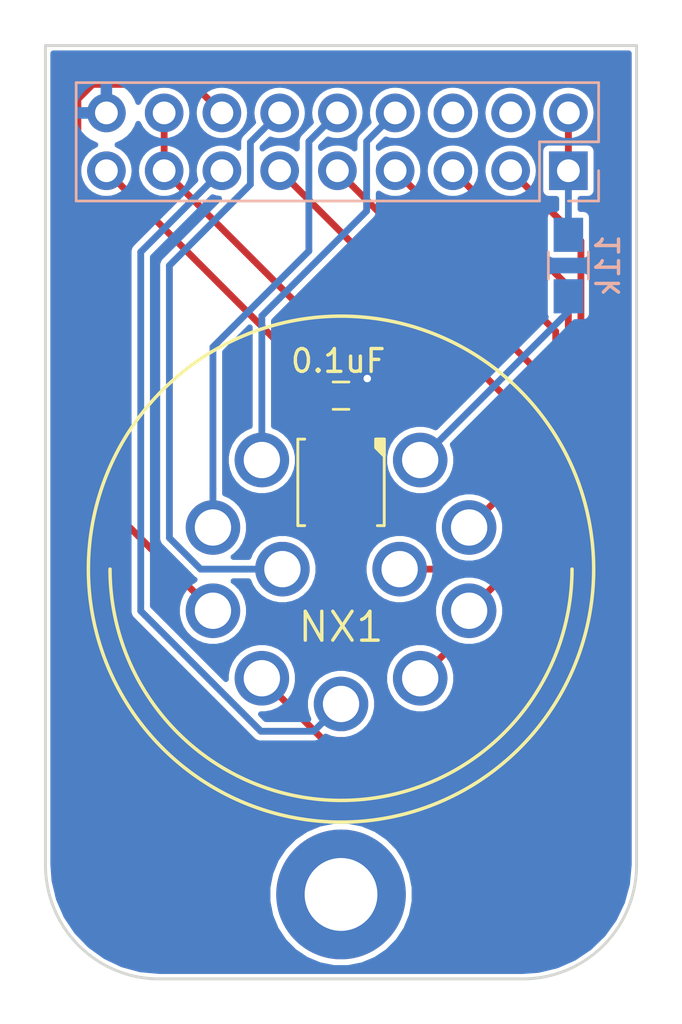
<source format=kicad_pcb>
(kicad_pcb (version 20171130) (host pcbnew "(5.1.2)-2")

  (general
    (thickness 1.6002)
    (drawings 7)
    (tracks 75)
    (zones 0)
    (modules 7)
    (nets 19)
  )

  (page A4)
  (layers
    (0 F.Cu signal)
    (31 B.Cu signal)
    (34 B.Paste user)
    (35 F.Paste user)
    (36 B.SilkS user)
    (37 F.SilkS user)
    (38 B.Mask user)
    (39 F.Mask user)
    (40 Dwgs.User user)
    (44 Edge.Cuts user)
    (45 Margin user hide)
    (46 B.CrtYd user hide)
    (47 F.CrtYd user hide)
  )

  (setup
    (last_trace_width 0.3)
    (user_trace_width 0.1524)
    (user_trace_width 0.2)
    (user_trace_width 0.25)
    (user_trace_width 0.3)
    (user_trace_width 0.4)
    (user_trace_width 0.5)
    (user_trace_width 0.6)
    (user_trace_width 0.8)
    (trace_clearance 0.254)
    (zone_clearance 0.1524)
    (zone_45_only no)
    (trace_min 0.1524)
    (via_size 0.6858)
    (via_drill 0.3302)
    (via_min_size 0.6858)
    (via_min_drill 0.3302)
    (uvia_size 0.508)
    (uvia_drill 0.127)
    (uvias_allowed no)
    (uvia_min_size 0.508)
    (uvia_min_drill 0.127)
    (edge_width 0.127)
    (segment_width 0.127)
    (pcb_text_width 0.127)
    (pcb_text_size 0.6 0.6)
    (mod_edge_width 0.127)
    (mod_text_size 0.6 0.6)
    (mod_text_width 0.127)
    (pad_size 1.524 1.524)
    (pad_drill 0.762)
    (pad_to_mask_clearance 0.05)
    (solder_mask_min_width 0.25)
    (pad_to_paste_clearance -0.04)
    (aux_axis_origin 0 0)
    (grid_origin 148.59 105.41)
    (visible_elements 7FFFFF7F)
    (pcbplotparams
      (layerselection 0x3ffff_80000001)
      (usegerberextensions true)
      (usegerberattributes true)
      (usegerberadvancedattributes false)
      (creategerberjobfile false)
      (excludeedgelayer true)
      (linewidth 0.127000)
      (plotframeref false)
      (viasonmask false)
      (mode 1)
      (useauxorigin false)
      (hpglpennumber 1)
      (hpglpenspeed 20)
      (hpglpendiameter 15.000000)
      (psnegative false)
      (psa4output false)
      (plotreference true)
      (plotvalue true)
      (plotinvisibletext false)
      (padsonsilk false)
      (subtractmaskfromsilk false)
      (outputformat 1)
      (mirror false)
      (drillshape 0)
      (scaleselection 1)
      (outputdirectory "CAM/"))
  )

  (net 0 "")
  (net 1 GND)
  (net 2 +5V)
  (net 3 /Anode)
  (net 4 /HV6)
  (net 5 /HV5)
  (net 6 /HV4)
  (net 7 /HV9)
  (net 8 /HV3)
  (net 9 /HV8)
  (net 10 /HV2)
  (net 11 /HV7)
  (net 12 /HV1)
  (net 13 /Din)
  (net 14 "Net-(J1-Pad4)")
  (net 15 "Net-(LED1-Pad1-DOUT)")
  (net 16 /HV0)
  (net 17 "Net-(J1-Pad6)")
  (net 18 "Net-(NX1-PadP$9)")

  (net_class Default "Imperial - this is the standard class"
    (clearance 0.254)
    (trace_width 0.254)
    (via_dia 0.6858)
    (via_drill 0.3302)
    (uvia_dia 0.508)
    (uvia_drill 0.127)
    (add_net +5V)
    (add_net /Anode)
    (add_net /Din)
    (add_net /HV0)
    (add_net /HV1)
    (add_net /HV2)
    (add_net /HV3)
    (add_net /HV4)
    (add_net /HV5)
    (add_net /HV6)
    (add_net /HV7)
    (add_net /HV8)
    (add_net /HV9)
    (add_net GND)
    (add_net "Net-(J1-Pad4)")
    (add_net "Net-(J1-Pad6)")
    (add_net "Net-(LED1-Pad1-DOUT)")
    (add_net "Net-(NX1-PadP$9)")
  )

  (net_class 0.2mm ""
    (clearance 0.2)
    (trace_width 0.2)
    (via_dia 0.6858)
    (via_drill 0.3302)
    (uvia_dia 0.508)
    (uvia_drill 0.127)
  )

  (net_class Minimal ""
    (clearance 0.1524)
    (trace_width 0.1524)
    (via_dia 0.6858)
    (via_drill 0.3302)
    (uvia_dia 0.508)
    (uvia_drill 0.127)
  )

  (module Capacitors_SMD:C_0603 (layer F.Cu) (tedit 59958EE7) (tstamp 5AAD873A)
    (at 148.59 97.79)
    (descr "Capacitor SMD 0603, reflow soldering, AVX (see smccp.pdf)")
    (tags "capacitor 0603")
    (path /5C5A318D)
    (attr smd)
    (fp_text reference C1 (at 0 -1.5) (layer F.SilkS) hide
      (effects (font (size 1 1) (thickness 0.15)))
    )
    (fp_text value 0.1uF (at -0.127 -1.524) (layer F.SilkS)
      (effects (font (size 1 1) (thickness 0.15)))
    )
    (fp_line (start 1.4 0.65) (end -1.4 0.65) (layer F.CrtYd) (width 0.05))
    (fp_line (start 1.4 0.65) (end 1.4 -0.65) (layer F.CrtYd) (width 0.05))
    (fp_line (start -1.4 -0.65) (end -1.4 0.65) (layer F.CrtYd) (width 0.05))
    (fp_line (start -1.4 -0.65) (end 1.4 -0.65) (layer F.CrtYd) (width 0.05))
    (fp_line (start 0.35 0.6) (end -0.35 0.6) (layer F.SilkS) (width 0.12))
    (fp_line (start -0.35 -0.6) (end 0.35 -0.6) (layer F.SilkS) (width 0.12))
    (fp_line (start -0.8 -0.4) (end 0.8 -0.4) (layer F.Fab) (width 0.1))
    (fp_line (start 0.8 -0.4) (end 0.8 0.4) (layer F.Fab) (width 0.1))
    (fp_line (start 0.8 0.4) (end -0.8 0.4) (layer F.Fab) (width 0.1))
    (fp_line (start -0.8 0.4) (end -0.8 -0.4) (layer F.Fab) (width 0.1))
    (fp_text user %R (at 0 0) (layer F.Fab)
      (effects (font (size 0.3 0.3) (thickness 0.075)))
    )
    (pad 2 smd rect (at 0.75 0) (size 0.8 0.75) (layers F.Cu F.Paste F.Mask)
      (net 1 GND))
    (pad 1 smd rect (at -0.75 0) (size 0.8 0.75) (layers F.Cu F.Paste F.Mask)
      (net 2 +5V))
    (model Capacitors_SMD.3dshapes/C_0603.wrl
      (at (xyz 0 0 0))
      (scale (xyz 1 1 1))
      (rotate (xyz 0 0 0))
    )
  )

  (module Pin_Headers:Pin_Header_Straight_2x09_Pitch2.54mm (layer B.Cu) (tedit 59650532) (tstamp 5BEA4C4A)
    (at 158.59 87.91 90)
    (descr "Through hole straight pin header, 2x09, 2.54mm pitch, double rows")
    (tags "Through hole pin header THT 2x09 2.54mm double row")
    (path /5C5A2EBC)
    (fp_text reference J1 (at 1.27 2.33 90) (layer B.SilkS) hide
      (effects (font (size 1 1) (thickness 0.15)) (justify mirror))
    )
    (fp_text value Nixie (at 1.27 -22.65 90) (layer B.Fab)
      (effects (font (size 1 1) (thickness 0.15)) (justify mirror))
    )
    (fp_line (start 0 1.27) (end 3.81 1.27) (layer B.Fab) (width 0.1))
    (fp_line (start 3.81 1.27) (end 3.81 -21.59) (layer B.Fab) (width 0.1))
    (fp_line (start 3.81 -21.59) (end -1.27 -21.59) (layer B.Fab) (width 0.1))
    (fp_line (start -1.27 -21.59) (end -1.27 0) (layer B.Fab) (width 0.1))
    (fp_line (start -1.27 0) (end 0 1.27) (layer B.Fab) (width 0.1))
    (fp_line (start -1.33 -21.65) (end 3.87 -21.65) (layer B.SilkS) (width 0.12))
    (fp_line (start -1.33 -1.27) (end -1.33 -21.65) (layer B.SilkS) (width 0.12))
    (fp_line (start 3.87 1.33) (end 3.87 -21.65) (layer B.SilkS) (width 0.12))
    (fp_line (start -1.33 -1.27) (end 1.27 -1.27) (layer B.SilkS) (width 0.12))
    (fp_line (start 1.27 -1.27) (end 1.27 1.33) (layer B.SilkS) (width 0.12))
    (fp_line (start 1.27 1.33) (end 3.87 1.33) (layer B.SilkS) (width 0.12))
    (fp_line (start -1.33 0) (end -1.33 1.33) (layer B.SilkS) (width 0.12))
    (fp_line (start -1.33 1.33) (end 0 1.33) (layer B.SilkS) (width 0.12))
    (fp_line (start -1.8 1.8) (end -1.8 -22.1) (layer B.CrtYd) (width 0.05))
    (fp_line (start -1.8 -22.1) (end 4.35 -22.1) (layer B.CrtYd) (width 0.05))
    (fp_line (start 4.35 -22.1) (end 4.35 1.8) (layer B.CrtYd) (width 0.05))
    (fp_line (start 4.35 1.8) (end -1.8 1.8) (layer B.CrtYd) (width 0.05))
    (fp_text user %R (at 1.27 -10.16) (layer B.Fab)
      (effects (font (size 1 1) (thickness 0.15)) (justify mirror))
    )
    (pad 1 thru_hole rect (at 0 0 90) (size 1.7 1.7) (drill 1) (layers *.Cu *.Mask)
      (net 3 /Anode))
    (pad 2 thru_hole oval (at 2.54 0 90) (size 1.7 1.7) (drill 1) (layers *.Cu *.Mask)
      (net 3 /Anode))
    (pad 3 thru_hole oval (at 0 -2.54 90) (size 1.7 1.7) (drill 1) (layers *.Cu *.Mask)
      (net 4 /HV6))
    (pad 4 thru_hole oval (at 2.54 -2.54 90) (size 1.7 1.7) (drill 1) (layers *.Cu *.Mask)
      (net 14 "Net-(J1-Pad4)"))
    (pad 5 thru_hole oval (at 0 -5.08 90) (size 1.7 1.7) (drill 1) (layers *.Cu *.Mask)
      (net 5 /HV5))
    (pad 6 thru_hole oval (at 2.54 -5.08 90) (size 1.7 1.7) (drill 1) (layers *.Cu *.Mask)
      (net 17 "Net-(J1-Pad6)"))
    (pad 7 thru_hole oval (at 0 -7.62 90) (size 1.7 1.7) (drill 1) (layers *.Cu *.Mask)
      (net 6 /HV4))
    (pad 8 thru_hole oval (at 2.54 -7.62 90) (size 1.7 1.7) (drill 1) (layers *.Cu *.Mask)
      (net 16 /HV0))
    (pad 9 thru_hole oval (at 0 -10.16 90) (size 1.7 1.7) (drill 1) (layers *.Cu *.Mask)
      (net 8 /HV3))
    (pad 10 thru_hole oval (at 2.54 -10.16 90) (size 1.7 1.7) (drill 1) (layers *.Cu *.Mask)
      (net 7 /HV9))
    (pad 11 thru_hole oval (at 0 -12.7 90) (size 1.7 1.7) (drill 1) (layers *.Cu *.Mask)
      (net 10 /HV2))
    (pad 12 thru_hole oval (at 2.54 -12.7 90) (size 1.7 1.7) (drill 1) (layers *.Cu *.Mask)
      (net 9 /HV8))
    (pad 13 thru_hole oval (at 0 -15.24 90) (size 1.7 1.7) (drill 1) (layers *.Cu *.Mask)
      (net 12 /HV1))
    (pad 14 thru_hole oval (at 2.54 -15.24 90) (size 1.7 1.7) (drill 1) (layers *.Cu *.Mask)
      (net 11 /HV7))
    (pad 15 thru_hole oval (at 0 -17.78 90) (size 1.7 1.7) (drill 1) (layers *.Cu *.Mask)
      (net 13 /Din))
    (pad 16 thru_hole oval (at 2.54 -17.78 90) (size 1.7 1.7) (drill 1) (layers *.Cu *.Mask)
      (net 13 /Din))
    (pad 17 thru_hole oval (at 0 -20.32 90) (size 1.7 1.7) (drill 1) (layers *.Cu *.Mask)
      (net 2 +5V))
    (pad 18 thru_hole oval (at 2.54 -20.32 90) (size 1.7 1.7) (drill 1) (layers *.Cu *.Mask)
      (net 1 GND))
    (model ${KISYS3DMOD}/Pin_Headers.3dshapes/Pin_Header_Straight_2x09_Pitch2.54mm.wrl
      (at (xyz 0 0 0))
      (scale (xyz 1 1 1))
      (rotate (xyz 0 0 0))
    )
  )

  (module adafruit:adafruit-LED3535 (layer F.Cu) (tedit 200000) (tstamp 5AAFE1AD)
    (at 148.59 101.6 270)
    (path /5C5A2525)
    (attr smd)
    (fp_text reference LED1 (at 3.175 -0.254) (layer F.SilkS) hide
      (effects (font (size 0.8128 0.8128) (thickness 0.1524)))
    )
    (fp_text value WS2812BSK6812MINI (at 0.127 2.54 90) (layer F.SilkS) hide
      (effects (font (size 0.4064 0.4064) (thickness 0.0508)))
    )
    (fp_circle (center 0 0) (end 0 -1.39954) (layer Dwgs.User) (width 0.127))
    (fp_poly (pts (xy -1.905 -1.905) (xy -1.905 -1.524) (xy -1.524 -1.524) (xy -1.143 -1.905)
      (xy -1.905 -1.905)) (layer F.SilkS) (width 0.127))
    (fp_line (start 1.89992 1.89992) (end 1.89992 1.59766) (layer F.SilkS) (width 0.127))
    (fp_line (start -1.89992 1.89992) (end 1.89992 1.89992) (layer F.SilkS) (width 0.127))
    (fp_line (start -1.89992 1.59766) (end -1.89992 1.89992) (layer F.SilkS) (width 0.127))
    (fp_line (start 1.89992 -1.89992) (end 1.89992 -1.59766) (layer F.SilkS) (width 0.127))
    (fp_line (start -1.89992 -1.89992) (end 1.89992 -1.89992) (layer F.SilkS) (width 0.127))
    (fp_line (start -1.89992 -1.59766) (end -1.89992 -1.89992) (layer F.SilkS) (width 0.127))
    (fp_line (start -1.74752 1.74752) (end -1.74752 -1.74752) (layer Dwgs.User) (width 0.127))
    (fp_line (start 1.74752 1.74752) (end -1.74752 1.74752) (layer Dwgs.User) (width 0.127))
    (fp_line (start 1.74752 -1.74752) (end 1.74752 1.74752) (layer Dwgs.User) (width 0.127))
    (fp_line (start -1.74752 -1.74752) (end 1.74752 -1.74752) (layer Dwgs.User) (width 0.127))
    (pad 4-VDD smd rect (at -1.74752 0.87376) (size 0.84836 0.99822) (layers F.Cu F.Paste F.Mask)
      (net 2 +5V))
    (pad 3-DIN smd rect (at -1.74752 -0.87376) (size 0.84836 0.99822) (layers F.Cu F.Paste F.Mask)
      (net 13 /Din))
    (pad 2-GND smd rect (at 1.74752 -0.87376) (size 0.84836 0.99822) (layers F.Cu F.Paste F.Mask)
      (net 1 GND))
    (pad 1-DOUT smd rect (at 1.74752 0.87376) (size 0.84836 0.99822) (layers F.Cu F.Paste F.Mask)
      (net 15 "Net-(LED1-Pad1-DOUT)"))
  )

  (module logos:mermaid_l (layer B.Cu) (tedit 0) (tstamp 5AAFE2F1)
    (at 159.09 113.91 180)
    (fp_text reference G*** (at 0 0 180) (layer B.SilkS) hide
      (effects (font (size 1.524 1.524) (thickness 0.3)) (justify mirror))
    )
    (fp_text value LOGO (at 0.75 0 180) (layer B.SilkS) hide
      (effects (font (size 1.524 1.524) (thickness 0.3)) (justify mirror))
    )
    (fp_poly (pts (xy 0.016811 3.773536) (xy 0.035492 3.771585) (xy 0.039687 3.770741) (xy 0.079417 3.757244)
      (xy 0.111324 3.737775) (xy 0.124832 3.725513) (xy 0.142677 3.704599) (xy 0.153161 3.684612)
      (xy 0.15793 3.661447) (xy 0.15875 3.64097) (xy 0.158058 3.61993) (xy 0.155124 3.604749)
      (xy 0.148654 3.590748) (xy 0.141938 3.580059) (xy 0.122141 3.557766) (xy 0.098998 3.544256)
      (xy 0.074141 3.539962) (xy 0.049199 3.545313) (xy 0.036501 3.55221) (xy 0.025568 3.560763)
      (xy 0.019906 3.570026) (xy 0.017449 3.584153) (xy 0.016932 3.59157) (xy 0.016648 3.608477)
      (xy 0.018904 3.618133) (xy 0.024587 3.623743) (xy 0.026084 3.624592) (xy 0.039465 3.627784)
      (xy 0.050441 3.626922) (xy 0.059967 3.622881) (xy 0.061919 3.615123) (xy 0.060823 3.608777)
      (xy 0.060289 3.596153) (xy 0.064906 3.590901) (xy 0.073078 3.592235) (xy 0.083211 3.599369)
      (xy 0.093713 3.61152) (xy 0.102989 3.6279) (xy 0.103896 3.629997) (xy 0.108418 3.643365)
      (xy 0.108287 3.6547) (xy 0.103467 3.669685) (xy 0.087643 3.698859) (xy 0.064252 3.721926)
      (xy 0.050164 3.731216) (xy 0.036916 3.737802) (xy 0.022748 3.741623) (xy 0.004134 3.743365)
      (xy -0.014288 3.743716) (xy -0.040147 3.742911) (xy -0.057394 3.740394) (xy -0.064294 3.73724)
      (xy -0.073648 3.731439) (xy -0.077728 3.730626) (xy -0.088165 3.726605) (xy -0.102163 3.716065)
      (xy -0.117406 3.701291) (xy -0.131579 3.684564) (xy -0.142367 3.668169) (xy -0.143717 3.665542)
      (xy -0.151883 3.648712) (xy -0.159332 3.633251) (xy -0.163088 3.620111) (xy -0.165384 3.598867)
      (xy -0.16631 3.568514) (xy -0.166318 3.553876) (xy -0.166026 3.5265) (xy -0.165145 3.506715)
      (xy -0.163111 3.491529) (xy -0.159359 3.477949) (xy -0.153324 3.462983) (xy -0.14625 3.447521)
      (xy -0.121753 3.405235) (xy -0.0903 3.36927) (xy -0.051325 3.33924) (xy -0.004264 3.314759)
      (xy 0.051447 3.295441) (xy 0.089958 3.28602) (xy 0.119366 3.282227) (xy 0.156195 3.281263)
      (xy 0.197719 3.282946) (xy 0.241212 3.28709) (xy 0.283951 3.293513) (xy 0.321687 3.301638)
      (xy 0.342155 3.307861) (xy 0.360849 3.315263) (xy 0.376278 3.322945) (xy 0.386953 3.330006)
      (xy 0.391385 3.335547) (xy 0.388082 3.338667) (xy 0.383597 3.339042) (xy 0.373649 3.342219)
      (xy 0.357833 3.350734) (xy 0.338335 3.36306) (xy 0.317344 3.377673) (xy 0.297047 3.393046)
      (xy 0.279632 3.407655) (xy 0.267286 3.419973) (xy 0.26692 3.420407) (xy 0.246827 3.446164)
      (xy 0.232225 3.469838) (xy 0.221889 3.494463) (xy 0.214597 3.523071) (xy 0.209127 3.558694)
      (xy 0.208269 3.565849) (xy 0.208225 3.599519) (xy 0.214696 3.635439) (xy 0.226608 3.670269)
      (xy 0.242885 3.700666) (xy 0.257355 3.718587) (xy 0.284712 3.739246) (xy 0.316451 3.752322)
      (xy 0.350326 3.757709) (xy 0.384089 3.755304) (xy 0.415495 3.745003) (xy 0.441854 3.727116)
      (xy 0.456743 3.708989) (xy 0.464158 3.687733) (xy 0.465666 3.667574) (xy 0.46447 3.649678)
      (xy 0.459418 3.636679) (xy 0.44831 3.623019) (xy 0.447843 3.622523) (xy 0.432662 3.60928)
      (xy 0.418526 3.60395) (xy 0.413448 3.603625) (xy 0.394908 3.608269) (xy 0.381565 3.620647)
      (xy 0.375782 3.638431) (xy 0.375708 3.640833) (xy 0.378805 3.655072) (xy 0.386689 3.660815)
      (xy 0.397247 3.657238) (xy 0.40302 3.65151) (xy 0.411119 3.643576) (xy 0.417703 3.64383)
      (xy 0.420717 3.645984) (xy 0.426691 3.656909) (xy 0.428309 3.673525) (xy 0.425542 3.691863)
      (xy 0.421138 3.703294) (xy 0.410709 3.716673) (xy 0.399156 3.725521) (xy 0.381042 3.731036)
      (xy 0.358057 3.732598) (xy 0.335132 3.730244) (xy 0.318905 3.724949) (xy 0.298369 3.711409)
      (xy 0.278961 3.693672) (xy 0.264484 3.675356) (xy 0.26187 3.670693) (xy 0.258107 3.658302)
      (xy 0.255508 3.640465) (xy 0.254155 3.620218) (xy 0.254128 3.6006) (xy 0.25551 3.584648)
      (xy 0.258381 3.5754) (xy 0.259291 3.574521) (xy 0.263387 3.567227) (xy 0.264583 3.558334)
      (xy 0.266434 3.54854) (xy 0.269875 3.545417) (xy 0.274956 3.541344) (xy 0.275166 3.539772)
      (xy 0.278369 3.532005) (xy 0.286651 3.519125) (xy 0.298022 3.503894) (xy 0.310492 3.489074)
      (xy 0.315691 3.483521) (xy 0.332808 3.469181) (xy 0.356966 3.453086) (xy 0.385192 3.436898)
      (xy 0.41451 3.422278) (xy 0.441945 3.410886) (xy 0.451563 3.407656) (xy 0.513508 3.39253)
      (xy 0.572008 3.386659) (xy 0.6285 3.390216) (xy 0.684423 3.403376) (xy 0.741216 3.42631)
      (xy 0.78052 3.447259) (xy 0.817352 3.46804) (xy 0.848125 3.483558) (xy 0.875501 3.494552)
      (xy 0.902139 3.501759) (xy 0.9307 3.505917) (xy 0.963843 3.507764) (xy 0.999762 3.50806)
      (xy 1.029829 3.507596) (xy 1.058475 3.506543) (xy 1.08289 3.505047) (xy 1.100268 3.50325)
      (xy 1.103312 3.502746) (xy 1.124251 3.498943) (xy 1.148566 3.494739) (xy 1.16152 3.492588)
      (xy 1.183437 3.488718) (xy 1.205109 3.484407) (xy 1.21576 3.482026) (xy 1.242534 3.475574)
      (xy 1.261268 3.470981) (xy 1.27422 3.467665) (xy 1.283649 3.465044) (xy 1.29181 3.462534)
      (xy 1.293812 3.46189) (xy 1.330054 3.447173) (xy 1.362613 3.428217) (xy 1.390124 3.406284)
      (xy 1.411222 3.382636) (xy 1.42454 3.358536) (xy 1.428749 3.337087) (xy 1.430965 3.31796)
      (xy 1.436932 3.293293) (xy 1.445634 3.266996) (xy 1.4496 3.257021) (xy 1.460028 3.223921)
      (xy 1.465344 3.188889) (xy 1.465701 3.173183) (xy 1.465206 3.152449) (xy 1.465622 3.140318)
      (xy 1.467505 3.134815) (xy 1.471411 3.133966) (xy 1.476375 3.135313) (xy 1.485246 3.136563)
      (xy 1.485546 3.132317) (xy 1.477379 3.123141) (xy 1.473497 3.119686) (xy 1.464568 3.110292)
      (xy 1.463129 3.101507) (xy 1.465406 3.093994) (xy 1.472998 3.082438) (xy 1.485846 3.06985)
      (xy 1.491895 3.065257) (xy 1.507592 3.051442) (xy 1.513053 3.038041) (xy 1.508312 3.023896)
      (xy 1.493572 3.007997) (xy 1.481954 2.996879) (xy 1.477871 2.989625) (xy 1.480148 2.984092)
      (xy 1.480343 2.983889) (xy 1.48489 2.973373) (xy 1.486712 2.956585) (xy 1.485771 2.93749)
      (xy 1.482027 2.920051) (xy 1.481007 2.917281) (xy 1.468042 2.883178) (xy 1.459777 2.85676)
      (xy 1.455764 2.836468) (xy 1.455208 2.827306) (xy 1.451635 2.812089) (xy 1.440656 2.801224)
      (xy 1.433744 2.797314) (xy 1.425278 2.794661) (xy 1.41333 2.793085) (xy 1.395971 2.79241)
      (xy 1.371273 2.792457) (xy 1.349375 2.792809) (xy 1.31873 2.793255) (xy 1.296659 2.793112)
      (xy 1.281157 2.792186) (xy 1.270221 2.790279) (xy 1.261849 2.787196) (xy 1.255447 2.783626)
      (xy 1.244268 2.774775) (xy 1.238474 2.766405) (xy 1.23825 2.764974) (xy 1.235863 2.757876)
      (xy 1.233805 2.756959) (xy 1.229201 2.752098) (xy 1.223916 2.739092) (xy 1.218503 2.720308)
      (xy 1.213515 2.698112) (xy 1.209506 2.674871) (xy 1.207028 2.652951) (xy 1.2065 2.640132)
      (xy 1.207874 2.614203) (xy 1.211589 2.582523) (xy 1.217032 2.549504) (xy 1.222776 2.522803)
      (xy 1.235661 2.473043) (xy 1.247332 2.433315) (xy 1.257929 2.403156) (xy 1.259293 2.399771)
      (xy 1.264013 2.387513) (xy 1.269636 2.371955) (xy 1.270086 2.370667) (xy 1.278721 2.347809)
      (xy 1.289907 2.322021) (xy 1.304888 2.290463) (xy 1.308378 2.283355) (xy 1.317963 2.259043)
      (xy 1.323702 2.234224) (xy 1.325348 2.211548) (xy 1.322652 2.19366) (xy 1.317561 2.184909)
      (xy 1.307186 2.176016) (xy 1.292853 2.165074) (xy 1.277255 2.153968) (xy 1.263087 2.144581)
      (xy 1.253044 2.138797) (xy 1.250232 2.137834) (xy 1.242386 2.13401) (xy 1.231208 2.124466)
      (xy 1.219519 2.11209) (xy 1.21014 2.099773) (xy 1.206613 2.093154) (xy 1.204218 2.073293)
      (xy 1.210459 2.048342) (xy 1.211685 2.04523) (xy 1.220793 2.023791) (xy 1.23213 1.998543)
      (xy 1.244765 1.971403) (xy 1.257766 1.944284) (xy 1.270202 1.9191) (xy 1.281142 1.897767)
      (xy 1.289653 1.882198) (xy 1.294804 1.874308) (xy 1.294911 1.874195) (xy 1.300737 1.866426)
      (xy 1.30175 1.863411) (xy 1.305702 1.855954) (xy 1.316422 1.843726) (xy 1.332206 1.828296)
      (xy 1.351351 1.811235) (xy 1.372151 1.794113) (xy 1.392903 1.778501) (xy 1.397 1.775628)
      (xy 1.412481 1.764474) (xy 1.432822 1.749179) (xy 1.456251 1.731147) (xy 1.480994 1.711783)
      (xy 1.505277 1.692489) (xy 1.527327 1.674669) (xy 1.54537 1.659728) (xy 1.557633 1.649068)
      (xy 1.561041 1.645785) (xy 1.566531 1.641261) (xy 1.577559 1.632846) (xy 1.584854 1.62743)
      (xy 1.599074 1.616479) (xy 1.610642 1.606732) (xy 1.613958 1.603563) (xy 1.621166 1.597319)
      (xy 1.63503 1.586326) (xy 1.653625 1.57203) (xy 1.675029 1.555881) (xy 1.697317 1.539326)
      (xy 1.718566 1.523814) (xy 1.736854 1.510793) (xy 1.740958 1.507944) (xy 1.75542 1.497422)
      (xy 1.767734 1.487559) (xy 1.769672 1.48584) (xy 1.781335 1.477351) (xy 1.789516 1.473434)
      (xy 1.797549 1.469117) (xy 1.799166 1.466423) (xy 1.803588 1.462135) (xy 1.814535 1.456503)
      (xy 1.817687 1.455209) (xy 1.829662 1.449593) (xy 1.835937 1.444862) (xy 1.836208 1.4441)
      (xy 1.840779 1.440501) (xy 1.852852 1.434525) (xy 1.869967 1.42737) (xy 1.872824 1.426267)
      (xy 1.88894 1.420424) (xy 1.902804 1.416562) (xy 1.917198 1.414357) (xy 1.934907 1.413483)
      (xy 1.958714 1.413615) (xy 1.977334 1.414048) (xy 2.011477 1.415666) (xy 2.050591 1.418652)
      (xy 2.089221 1.422539) (xy 2.114726 1.425785) (xy 2.14488 1.42989) (xy 2.16751 1.432256)
      (xy 2.18552 1.432964) (xy 2.201812 1.432095) (xy 2.219288 1.429731) (xy 2.224528 1.428856)
      (xy 2.245404 1.424861) (xy 2.257747 1.421152) (xy 2.263552 1.416902) (xy 2.264833 1.412127)
      (xy 2.263508 1.406717) (xy 2.257986 1.403732) (xy 2.245944 1.402491) (xy 2.231409 1.402292)
      (xy 2.207764 1.401303) (xy 2.182238 1.398663) (xy 2.158033 1.394866) (xy 2.138355 1.390404)
      (xy 2.12725 1.386276) (xy 2.123304 1.383434) (xy 2.123829 1.381057) (xy 2.130164 1.378752)
      (xy 2.143652 1.376125) (xy 2.165634 1.37278) (xy 2.180166 1.370725) (xy 2.208747 1.366286)
      (xy 2.230983 1.361492) (xy 2.251087 1.355226) (xy 2.27327 1.34637) (xy 2.275416 1.345449)
      (xy 2.291879 1.337058) (xy 2.307873 1.326809) (xy 2.32072 1.316668) (xy 2.327745 1.308602)
      (xy 2.328333 1.306591) (xy 2.323743 1.304335) (xy 2.312281 1.304011) (xy 2.297402 1.305252)
      (xy 2.282566 1.307694) (xy 2.271229 1.31097) (xy 2.267743 1.312991) (xy 2.258675 1.31683)
      (xy 2.251604 1.317626) (xy 2.239817 1.320172) (xy 2.234786 1.323331) (xy 2.225761 1.326846)
      (xy 2.213884 1.326984) (xy 2.204136 1.325219) (xy 2.204029 1.323129) (xy 2.20927 1.320799)
      (xy 2.23606 1.310129) (xy 2.25511 1.301894) (xy 2.268643 1.294964) (xy 2.278885 1.288209)
      (xy 2.287322 1.281169) (xy 2.296853 1.2715) (xy 2.301715 1.264499) (xy 2.301875 1.263719)
      (xy 2.297454 1.259587) (xy 2.285098 1.260225) (xy 2.266162 1.265338) (xy 2.242005 1.274631)
      (xy 2.232778 1.27872) (xy 2.210862 1.287938) (xy 2.195226 1.292907) (xy 2.186673 1.293593)
      (xy 2.186011 1.289959) (xy 2.194044 1.28197) (xy 2.19612 1.28034) (xy 2.207237 1.273141)
      (xy 2.215319 1.270118) (xy 2.221801 1.265714) (xy 2.226876 1.256324) (xy 2.227791 1.251047)
      (xy 2.223516 1.248302) (xy 2.212505 1.249392) (xy 2.197482 1.253408) (xy 2.181171 1.259436)
      (xy 2.166296 1.266566) (xy 2.15558 1.273887) (xy 2.153708 1.275833) (xy 2.146702 1.280288)
      (xy 2.132687 1.286789) (xy 2.114695 1.294037) (xy 2.095756 1.300732) (xy 2.095124 1.300937)
      (xy 2.07869 1.304461) (xy 2.057774 1.306667) (xy 2.046312 1.307042) (xy 2.028903 1.306558)
      (xy 2.018807 1.304253) (xy 2.012768 1.298853) (xy 2.009183 1.29249) (xy 2.005287 1.278785)
      (xy 2.008579 1.265874) (xy 2.019902 1.252443) (xy 2.040101 1.237179) (xy 2.048014 1.232048)
      (xy 2.069352 1.218173) (xy 2.083328 1.207722) (xy 2.091758 1.198848) (xy 2.096459 1.189706)
      (xy 2.098878 1.180349) (xy 2.099775 1.168122) (xy 2.095521 1.163627) (xy 2.094838 1.16354)
      (xy 2.077123 1.165005) (xy 2.064663 1.173081) (xy 2.054291 1.180457) (xy 2.036679 1.190046)
      (xy 2.014573 1.20055) (xy 1.990717 1.210671) (xy 1.967857 1.219114) (xy 1.965854 1.219776)
      (xy 1.928101 1.233609) (xy 1.898307 1.248381) (xy 1.87387 1.26573) (xy 1.852189 1.287294)
      (xy 1.844908 1.29597) (xy 1.82922 1.314316) (xy 1.813605 1.330793) (xy 1.80082 1.342542)
      (xy 1.797992 1.344686) (xy 1.786309 1.353213) (xy 1.778836 1.359346) (xy 1.778 1.360236)
      (xy 1.771224 1.365606) (xy 1.75693 1.374794) (xy 1.736985 1.386729) (xy 1.713259 1.400343)
      (xy 1.687619 1.414565) (xy 1.661936 1.428326) (xy 1.638076 1.440557) (xy 1.635125 1.442019)
      (xy 1.587553 1.46584) (xy 1.546283 1.487396) (xy 1.507857 1.50852) (xy 1.481666 1.52353)
      (xy 1.464862 1.532936) (xy 1.450648 1.540248) (xy 1.443302 1.543429) (xy 1.435482 1.548118)
      (xy 1.434041 1.551076) (xy 1.429946 1.555562) (xy 1.42835 1.55575) (xy 1.421455 1.558368)
      (xy 1.407463 1.565519) (xy 1.388265 1.576151) (xy 1.365753 1.589212) (xy 1.341819 1.60365)
      (xy 1.338081 1.605957) (xy 1.328838 1.611626) (xy 1.314356 1.620452) (xy 1.303686 1.626934)
      (xy 1.289183 1.635949) (xy 1.278713 1.64286) (xy 1.275291 1.645485) (xy 1.269816 1.650117)
      (xy 1.258818 1.65865) (xy 1.251479 1.66417) (xy 1.234056 1.677274) (xy 1.220686 1.687881)
      (xy 1.208649 1.698391) (xy 1.195222 1.711206) (xy 1.177684 1.728725) (xy 1.173427 1.733021)
      (xy 1.154691 1.753203) (xy 1.136473 1.774958) (xy 1.121826 1.794574) (xy 1.117957 1.80049)
      (xy 1.107458 1.815879) (xy 1.098096 1.826821) (xy 1.091977 1.830917) (xy 1.085418 1.828569)
      (xy 1.084785 1.826948) (xy 1.081627 1.820717) (xy 1.073818 1.810294) (xy 1.071556 1.807605)
      (xy 1.063024 1.796859) (xy 1.058535 1.789598) (xy 1.058333 1.788759) (xy 1.055116 1.78268)
      (xy 1.048847 1.77503) (xy 1.038358 1.760344) (xy 1.026121 1.737991) (xy 1.013216 1.710506)
      (xy 1.00072 1.680421) (xy 0.989714 1.650268) (xy 0.981275 1.622581) (xy 0.977986 1.608667)
      (xy 0.968972 1.562362) (xy 0.962328 1.523365) (xy 0.95779 1.488735) (xy 0.955093 1.45553)
      (xy 0.953972 1.420809) (xy 0.954162 1.38163) (xy 0.954874 1.352021) (xy 0.955956 1.318336)
      (xy 0.957154 1.287144) (xy 0.958377 1.260422) (xy 0.959534 1.240144) (xy 0.960534 1.228284)
      (xy 0.960617 1.227667) (xy 0.961429 1.217554) (xy 0.962358 1.198447) (xy 0.96335 1.171939)
      (xy 0.964353 1.139617) (xy 0.96531 1.103071) (xy 0.96617 1.063891) (xy 0.966176 1.063625)
      (xy 0.966988 1.016579) (xy 0.967314 0.977779) (xy 0.967075 0.9449) (xy 0.96619 0.915612)
      (xy 0.964579 0.887587) (xy 0.962164 0.858498) (xy 0.958863 0.826017) (xy 0.95765 0.814917)
      (xy 0.951084 0.75682) (xy 0.945176 0.707679) (xy 0.939682 0.665903) (xy 0.934356 0.629902)
      (xy 0.928956 0.598088) (xy 0.923235 0.56887) (xy 0.916949 0.54066) (xy 0.912885 0.523875)
      (xy 0.906794 0.498662) (xy 0.901413 0.475129) (xy 0.897462 0.456489) (xy 0.895973 0.44834)
      (xy 0.892856 0.434708) (xy 0.889085 0.426281) (xy 0.888285 0.425538) (xy 0.884592 0.418555)
      (xy 0.883669 0.411115) (xy 0.882028 0.401383) (xy 0.877635 0.38436) (xy 0.871226 0.362746)
      (xy 0.866028 0.346605) (xy 0.857767 0.321534) (xy 0.84996 0.297435) (xy 0.843739 0.277819)
      (xy 0.841302 0.269875) (xy 0.836378 0.25453) (xy 0.832191 0.243342) (xy 0.830942 0.240771)
      (xy 0.827336 0.232696) (xy 0.822295 0.21902) (xy 0.820702 0.214313) (xy 0.81395 0.195276)
      (xy 0.806669 0.176625) (xy 0.80583 0.174625) (xy 0.798972 0.158321) (xy 0.792944 0.14374)
      (xy 0.792593 0.142875) (xy 0.786649 0.129107) (xy 0.782549 0.120458) (xy 0.778574 0.110063)
      (xy 0.777875 0.105842) (xy 0.775639 0.099184) (xy 0.769428 0.084596) (xy 0.759982 0.063622)
      (xy 0.748042 0.037806) (xy 0.734349 0.008691) (xy 0.719644 -0.022178) (xy 0.704668 -0.053257)
      (xy 0.690162 -0.083002) (xy 0.676867 -0.10987) (xy 0.665523 -0.132316) (xy 0.656873 -0.148797)
      (xy 0.651656 -0.157769) (xy 0.650888 -0.15875) (xy 0.64704 -0.164585) (xy 0.640139 -0.176579)
      (xy 0.635415 -0.185208) (xy 0.622667 -0.207639) (xy 0.605809 -0.235506) (xy 0.586295 -0.266573)
      (xy 0.565581 -0.298607) (xy 0.545121 -0.329373) (xy 0.52637 -0.356639) (xy 0.510784 -0.378168)
      (xy 0.504464 -0.386291) (xy 0.49882 -0.393433) (xy 0.48822 -0.406992) (xy 0.474188 -0.425014)
      (xy 0.458423 -0.445321) (xy 0.386268 -0.531586) (xy 0.305323 -0.615902) (xy 0.217382 -0.696433)
      (xy 0.193138 -0.716902) (xy 0.177764 -0.729736) (xy 0.165728 -0.739925) (xy 0.159212 -0.745619)
      (xy 0.15875 -0.74607) (xy 0.15364 -0.750212) (xy 0.141905 -0.75919) (xy 0.125441 -0.771566)
      (xy 0.111125 -0.782215) (xy 0.091503 -0.796811) (xy 0.074346 -0.809688) (xy 0.061903 -0.819151)
      (xy 0.057234 -0.822811) (xy 0.046348 -0.830914) (xy 0.033422 -0.839659) (xy 0.019429 -0.849492)
      (xy 0.008262 -0.85853) (xy -0.00115 -0.865562) (xy -0.006772 -0.867833) (xy -0.013177 -0.871028)
      (xy -0.024494 -0.879231) (xy -0.033185 -0.886354) (xy -0.046046 -0.896711) (xy -0.055853 -0.903433)
      (xy -0.059243 -0.904875) (xy -0.065136 -0.907527) (xy -0.076973 -0.9143) (xy -0.09191 -0.923419)
      (xy -0.107104 -0.933106) (xy -0.119711 -0.941585) (xy -0.126887 -0.947081) (xy -0.127 -0.947193)
      (xy -0.133129 -0.951521) (xy -0.142875 -0.957378) (xy -0.152011 -0.962765) (xy -0.168175 -0.972485)
      (xy -0.189376 -0.985333) (xy -0.213623 -1.000104) (xy -0.223801 -1.006326) (xy -0.247553 -1.020777)
      (xy -0.267952 -1.033032) (xy -0.283378 -1.04213) (xy -0.292207 -1.047106) (xy -0.293632 -1.04775)
      (xy -0.298902 -1.050229) (xy -0.310818 -1.056768) (xy -0.326931 -1.066017) (xy -0.328991 -1.067222)
      (xy -0.356603 -1.083148) (xy -0.386048 -1.099703) (xy -0.414493 -1.115327) (xy -0.439106 -1.128464)
      (xy -0.455084 -1.136599) (xy -0.467632 -1.14309) (xy -0.475484 -1.147821) (xy -0.47625 -1.148468)
      (xy -0.481786 -1.151903) (xy -0.494692 -1.158989) (xy -0.512891 -1.168607) (xy -0.529167 -1.177013)
      (xy -0.578322 -1.202179) (xy -0.622845 -1.225001) (xy -0.661951 -1.245075) (xy -0.694854 -1.261998)
      (xy -0.720769 -1.275365) (xy -0.73891 -1.284772) (xy -0.748492 -1.289816) (xy -0.748968 -1.290075)
      (xy -0.758048 -1.294813) (xy -0.773987 -1.302904) (xy -0.794153 -1.313017) (xy -0.80698 -1.3194)
      (xy -0.881231 -1.35675) (xy -0.94652 -1.390707) (xy -1.003734 -1.421745) (xy -1.05376 -1.450342)
      (xy -1.076855 -1.464177) (xy -1.090458 -1.471801) (xy -1.098021 -1.475597) (xy -1.105412 -1.479911)
      (xy -1.119579 -1.488876) (xy -1.138874 -1.501392) (xy -1.161647 -1.516359) (xy -1.18625 -1.532677)
      (xy -1.211035 -1.549246) (xy -1.234352 -1.564966) (xy -1.254552 -1.578737) (xy -1.269988 -1.58946)
      (xy -1.279009 -1.596033) (xy -1.280584 -1.5974) (xy -1.28583 -1.602217) (xy -1.296881 -1.611472)
      (xy -1.309688 -1.621833) (xy -1.369914 -1.675393) (xy -1.421218 -1.732685) (xy -1.463288 -1.79318)
      (xy -1.495811 -1.856346) (xy -1.518476 -1.921651) (xy -1.530971 -1.988566) (xy -1.532115 -2.00072)
      (xy -1.533533 -2.021291) (xy -1.533389 -2.03401) (xy -1.531178 -2.041555) (xy -1.526396 -2.046606)
      (xy -1.523028 -2.048937) (xy -1.508982 -2.055507) (xy -1.492365 -2.060056) (xy -1.492229 -2.060079)
      (xy -1.452691 -2.067475) (xy -1.418964 -2.075738) (xy -1.394355 -2.083271) (xy -1.372487 -2.090356)
      (xy -1.346337 -2.098616) (xy -1.322917 -2.10585) (xy -1.302468 -2.112199) (xy -1.284909 -2.117877)
      (xy -1.273608 -2.12179) (xy -1.272646 -2.122164) (xy -1.262724 -2.125949) (xy -1.246121 -2.132103)
      (xy -1.226116 -2.139411) (xy -1.222375 -2.140766) (xy -1.203039 -2.148094) (xy -1.187481 -2.154598)
      (xy -1.178496 -2.159093) (xy -1.177661 -2.159711) (xy -1.168071 -2.163984) (xy -1.164987 -2.164291)
      (xy -1.156849 -2.166561) (xy -1.141251 -2.172762) (xy -1.120145 -2.181983) (xy -1.095482 -2.193313)
      (xy -1.069213 -2.20584) (xy -1.043289 -2.218653) (xy -1.019661 -2.230841) (xy -1.002771 -2.240067)
      (xy -0.979183 -2.253619) (xy -0.954406 -2.268128) (xy -0.930964 -2.28209) (xy -0.911386 -2.293997)
      (xy -0.898196 -2.302344) (xy -0.897227 -2.302991) (xy -0.84537 -2.340492) (xy -0.792658 -2.383257)
      (xy -0.741528 -2.42907) (xy -0.694416 -2.475712) (xy -0.653759 -2.520968) (xy -0.642579 -2.534708)
      (xy -0.628634 -2.552018) (xy -0.616971 -2.565902) (xy -0.609232 -2.574434) (xy -0.607219 -2.576159)
      (xy -0.603295 -2.582213) (xy -0.60325 -2.582995) (xy -0.599953 -2.59017) (xy -0.592419 -2.599694)
      (xy -0.584795 -2.609595) (xy -0.573492 -2.626331) (xy -0.559985 -2.647494) (xy -0.545751 -2.670677)
      (xy -0.532266 -2.693472) (xy -0.521004 -2.713471) (xy -0.513442 -2.728265) (xy -0.512956 -2.729342)
      (xy -0.506925 -2.740667) (xy -0.501953 -2.746251) (xy -0.501417 -2.746375) (xy -0.497764 -2.750622)
      (xy -0.497417 -2.753524) (xy -0.495063 -2.76201) (xy -0.489037 -2.775934) (xy -0.484188 -2.785554)
      (xy -0.476676 -2.800966) (xy -0.471883 -2.81327) (xy -0.470959 -2.817651) (xy -0.468504 -2.82541)
      (xy -0.46699 -2.826631) (xy -0.463351 -2.832354) (xy -0.457475 -2.846051) (xy -0.450118 -2.865545)
      (xy -0.442034 -2.888659) (xy -0.433976 -2.913215) (xy -0.4267 -2.937036) (xy -0.420958 -2.957944)
      (xy -0.419645 -2.963333) (xy -0.414816 -2.982772) (xy -0.410227 -2.999259) (xy -0.40721 -3.008312)
      (xy -0.403349 -3.020934) (xy -0.400065 -3.036847) (xy -0.399977 -3.037416) (xy -0.397973 -3.049953)
      (xy -0.394675 -3.070065) (xy -0.390554 -3.094892) (xy -0.386442 -3.119437) (xy -0.382507 -3.145522)
      (xy -0.379552 -3.172135) (xy -0.377442 -3.20146) (xy -0.376041 -3.23568) (xy -0.375217 -3.276977)
      (xy -0.374941 -3.306237) (xy -0.374907 -3.341428) (xy -0.375253 -3.373114) (xy -0.375932 -3.399753)
      (xy -0.376895 -3.4198) (xy -0.378095 -3.431711) (xy -0.378888 -3.43429) (xy -0.385103 -3.433466)
      (xy -0.398593 -3.427213) (xy -0.41801 -3.416235) (xy -0.441209 -3.401752) (xy -0.483878 -3.374892)
      (xy -0.526415 -3.34985) (xy -0.571041 -3.325433) (xy -0.619976 -3.30045) (xy -0.67544 -3.27371)
      (xy -0.709084 -3.258031) (xy -0.744498 -3.241758) (xy -0.773275 -3.228687) (xy -0.794644 -3.21916)
      (xy -0.807839 -3.213522) (xy -0.812017 -3.212041) (xy -0.817473 -3.210007) (xy -0.830202 -3.204577)
      (xy -0.847855 -3.196764) (xy -0.855541 -3.193302) (xy -0.87586 -3.184131) (xy -0.893504 -3.176218)
      (xy -0.905456 -3.170914) (xy -0.907521 -3.170016) (xy -0.918356 -3.165316) (xy -0.934412 -3.158299)
      (xy -0.944563 -3.153846) (xy -0.976212 -3.140021) (xy -0.999364 -3.130101) (xy -1.015151 -3.123604)
      (xy -1.018646 -3.12224) (xy -1.034695 -3.115354) (xy -1.057193 -3.104752) (xy -1.083338 -3.091857)
      (xy -1.110325 -3.078089) (xy -1.135352 -3.064868) (xy -1.155614 -3.053616) (xy -1.164167 -3.048495)
      (xy -1.18064 -3.036718) (xy -1.199817 -3.020816) (xy -1.220061 -3.002427) (xy -1.239737 -2.983188)
      (xy -1.257209 -2.964736) (xy -1.27084 -2.948708) (xy -1.278994 -2.936743) (xy -1.280584 -2.931984)
      (xy -1.284494 -2.925639) (xy -1.284991 -2.925409) (xy -1.290019 -2.9202) (xy -1.298403 -2.9087)
      (xy -1.308276 -2.893826) (xy -1.317775 -2.878494) (xy -1.325035 -2.865619) (xy -1.32819 -2.858117)
      (xy -1.328209 -2.857838) (xy -1.332 -2.851529) (xy -1.332427 -2.851326) (xy -1.337013 -2.84591)
      (xy -1.344025 -2.834059) (xy -1.348297 -2.82575) (xy -1.354863 -2.813311) (xy -1.359169 -2.807024)
      (xy -1.360124 -2.807229) (xy -1.360267 -2.814002) (xy -1.360556 -2.829563) (xy -1.360961 -2.852114)
      (xy -1.361448 -2.879861) (xy -1.36193 -2.90777) (xy -1.363484 -2.959059) (xy -1.366614 -3.002125)
      (xy -1.371909 -3.039285) (xy -1.379955 -3.072855) (xy -1.391341 -3.105149) (xy -1.406655 -3.138482)
      (xy -1.426484 -3.175172) (xy -1.432473 -3.185583) (xy -1.441516 -3.200851) (xy -1.454792 -3.222887)
      (xy -1.470945 -3.249473) (xy -1.488616 -3.278392) (xy -1.506447 -3.307427) (xy -1.523079 -3.334361)
      (xy -1.537156 -3.356975) (xy -1.546782 -3.372217) (xy -1.556574 -3.387882) (xy -1.563588 -3.399817)
      (xy -1.566333 -3.405482) (xy -1.566334 -3.405513) (xy -1.569332 -3.411428) (xy -1.571875 -3.414671)
      (xy -1.578955 -3.424037) (xy -1.58836 -3.437955) (xy -1.598309 -3.453578) (xy -1.607021 -3.468061)
      (xy -1.612717 -3.478559) (xy -1.613959 -3.481937) (xy -1.617841 -3.488012) (xy -1.618012 -3.48809)
      (xy -1.62267 -3.49336) (xy -1.6306 -3.505128) (xy -1.640113 -3.520543) (xy -1.649522 -3.536754)
      (xy -1.657137 -3.550911) (xy -1.661271 -3.560162) (xy -1.661584 -3.56167) (xy -1.66483 -3.566534)
      (xy -1.665553 -3.566624) (xy -1.670608 -3.570852) (xy -1.67527 -3.57853) (xy -1.6797 -3.587499)
      (xy -1.687831 -3.603801) (xy -1.698602 -3.625313) (xy -1.710953 -3.649918) (xy -1.714283 -3.656541)
      (xy -1.728714 -3.685357) (xy -1.739369 -3.707018) (xy -1.747301 -3.723791) (xy -1.753561 -3.73794)
      (xy -1.759201 -3.751728) (xy -1.762834 -3.761052) (xy -1.768776 -3.776191) (xy -1.77226 -3.784864)
      (xy -1.776532 -3.796565) (xy -1.782292 -3.813799) (xy -1.786124 -3.825875) (xy -1.794107 -3.850123)
      (xy -1.800605 -3.864974) (xy -1.806629 -3.871317) (xy -1.813196 -3.870039) (xy -1.821317 -3.862026)
      (xy -1.823851 -3.858896) (xy -1.834996 -3.845041) (xy -1.845018 -3.832935) (xy -1.860304 -3.814747)
      (xy -1.871524 -3.80089) (xy -1.881557 -3.787711) (xy -1.892096 -3.773209) (xy -1.901907 -3.758672)
      (xy -1.908513 -3.747198) (xy -1.910292 -3.74234) (xy -1.913744 -3.735549) (xy -1.9147 -3.735034)
      (xy -1.920879 -3.728832) (xy -1.93058 -3.714612) (xy -1.942942 -3.693993) (xy -1.957108 -3.668592)
      (xy -1.972218 -3.640026) (xy -1.987415 -3.609913) (xy -2.001841 -3.579871) (xy -2.014636 -3.551517)
      (xy -2.02375 -3.529541) (xy -2.030337 -3.513335) (xy -2.036097 -3.500143) (xy -2.037835 -3.49654)
      (xy -2.041998 -3.483106) (xy -2.042584 -3.477009) (xy -2.044998 -3.466849) (xy -2.047875 -3.463395)
      (xy -2.052009 -3.456083) (xy -2.053167 -3.44752) (xy -2.054935 -3.436601) (xy -2.057874 -3.432007)
      (xy -2.06186 -3.425217) (xy -2.065111 -3.412716) (xy -2.06525 -3.411851) (xy -2.068334 -3.396797)
      (xy -2.073297 -3.37719) (xy -2.076624 -3.3655) (xy -2.081421 -3.348705) (xy -2.085851 -3.331208)
      (xy -2.090465 -3.310549) (xy -2.095814 -3.284268) (xy -2.102103 -3.251729) (xy -2.104118 -3.235184)
      (xy -2.105738 -3.210034) (xy -2.106964 -3.178127) (xy -2.107796 -3.141317) (xy -2.108236 -3.101454)
      (xy -2.108284 -3.060389) (xy -2.107942 -3.019973) (xy -2.10721 -2.982059) (xy -2.10609 -2.948496)
      (xy -2.104582 -2.921137) (xy -2.102689 -2.901833) (xy -2.101907 -2.897187) (xy -2.097408 -2.875018)
      (xy -2.092897 -2.852736) (xy -2.090653 -2.841625) (xy -2.086154 -2.822216) (xy -2.080107 -2.799624)
      (xy -2.076886 -2.788708) (xy -2.071304 -2.769055) (xy -2.066835 -2.750617) (xy -2.06525 -2.742357)
      (xy -2.062104 -2.729658) (xy -2.058113 -2.722367) (xy -2.057874 -2.722201) (xy -2.054205 -2.715199)
      (xy -2.053167 -2.706687) (xy -2.05117 -2.695606) (xy -2.047875 -2.690812) (xy -2.043441 -2.683353)
      (xy -2.042584 -2.677199) (xy -2.040167 -2.663351) (xy -2.037938 -2.657667) (xy -2.028974 -2.638529)
      (xy -2.021574 -2.620201) (xy -2.016995 -2.605971) (xy -2.016125 -2.600674) (xy -2.013211 -2.593748)
      (xy -2.010834 -2.592916) (xy -2.005838 -2.588784) (xy -2.005542 -2.586757) (xy -2.003029 -2.576598)
      (xy -1.996034 -2.558966) (xy -1.985376 -2.535552) (xy -1.971874 -2.508043) (xy -1.956348 -2.478128)
      (xy -1.939615 -2.447495) (xy -1.928989 -2.428875) (xy -1.917739 -2.409493) (xy -1.907325 -2.391511)
      (xy -1.899972 -2.378766) (xy -1.899878 -2.378604) (xy -1.893802 -2.368895) (xy -1.883596 -2.35347)
      (xy -1.870613 -2.334284) (xy -1.856206 -2.313291) (xy -1.841728 -2.292446) (xy -1.828532 -2.273702)
      (xy -1.817969 -2.259015) (xy -1.811394 -2.250337) (xy -1.810149 -2.248958) (xy -1.805415 -2.243477)
      (xy -1.79682 -2.232467) (xy -1.79131 -2.225145) (xy -1.770344 -2.198459) (xy -1.747083 -2.172196)
      (xy -1.730055 -2.154423) (xy -1.712724 -2.135815) (xy -1.701877 -2.120706) (xy -1.696021 -2.105635)
      (xy -1.693663 -2.087143) (xy -1.693294 -2.069187) (xy -1.691985 -2.037889) (xy -1.688457 -2.002483)
      (xy -1.683224 -1.966327) (xy -1.6768 -1.932777) (xy -1.669697 -1.905193) (xy -1.666961 -1.897062)
      (xy -1.662846 -1.885204) (xy -1.657579 -1.869155) (xy -1.656354 -1.865312) (xy -1.651279 -1.851164)
      (xy -1.643761 -1.832422) (xy -1.634898 -1.811569) (xy -1.62579 -1.791087) (xy -1.617537 -1.773458)
      (xy -1.611237 -1.761167) (xy -1.608328 -1.756833) (xy -1.603622 -1.750578) (xy -1.598123 -1.740958)
      (xy -1.589342 -1.72555) (xy -1.577322 -1.706415) (xy -1.564213 -1.686774) (xy -1.552167 -1.669852)
      (xy -1.543395 -1.658937) (xy -1.533701 -1.647808) (xy -1.522115 -1.633534) (xy -1.519492 -1.630166)
      (xy -1.508995 -1.617837) (xy -1.49282 -1.600341) (xy -1.47301 -1.579751) (xy -1.451607 -1.558137)
      (xy -1.430655 -1.537571) (xy -1.412197 -1.520124) (xy -1.401731 -1.51077) (xy -1.357403 -1.473157)
      (xy -1.318621 -1.441319) (xy -1.283358 -1.413642) (xy -1.249585 -1.38851) (xy -1.235605 -1.378502)
      (xy -1.217641 -1.365669) (xy -1.202341 -1.354536) (xy -1.192293 -1.346995) (xy -1.190625 -1.345662)
      (xy -1.183402 -1.340435) (xy -1.169185 -1.33075) (xy -1.149876 -1.317883) (xy -1.127377 -1.303113)
      (xy -1.121834 -1.299504) (xy -1.099035 -1.284586) (xy -1.079146 -1.271389) (xy -1.06401 -1.261148)
      (xy -1.05547 -1.255099) (xy -1.054588 -1.254392) (xy -1.047619 -1.249468) (xy -1.045761 -1.248833)
      (xy -1.040676 -1.246146) (xy -1.028295 -1.238745) (xy -1.010238 -1.227621) (xy -0.988122 -1.213767)
      (xy -0.976637 -1.2065) (xy -0.952911 -1.191648) (xy -0.932191 -1.179074) (xy -0.916177 -1.169778)
      (xy -0.90657 -1.164761) (xy -0.904767 -1.164166) (xy -0.899734 -1.160136) (xy -0.899584 -1.158875)
      (xy -0.895597 -1.153736) (xy -0.894346 -1.153583) (xy -0.887735 -1.150891) (xy -0.874734 -1.143728)
      (xy -0.857782 -1.133462) (xy -0.851959 -1.12977) (xy -0.834261 -1.118806) (xy -0.819739 -1.110508)
      (xy -0.810832 -1.106246) (xy -0.809571 -1.105958) (xy -0.804486 -1.101929) (xy -0.804334 -1.100666)
      (xy -0.800255 -1.095592) (xy -0.798646 -1.095375) (xy -0.791821 -1.09266) (xy -0.778679 -1.085443)
      (xy -0.761693 -1.075108) (xy -0.756148 -1.071562) (xy -0.738568 -1.060567) (xy -0.724176 -1.05226)
      (xy -0.715403 -1.048021) (xy -0.71421 -1.04775) (xy -0.709232 -1.043718) (xy -0.709084 -1.042458)
      (xy -0.704956 -1.037455) (xy -0.702969 -1.037166) (xy -0.695181 -1.034173) (xy -0.683284 -1.026712)
      (xy -0.679509 -1.023937) (xy -0.668048 -1.015672) (xy -0.660434 -1.011056) (xy -0.659331 -1.010708)
      (xy -0.653835 -1.007882) (xy -0.641094 -1.000045) (xy -0.6226 -0.988159) (xy -0.599846 -0.973185)
      (xy -0.574324 -0.956086) (xy -0.569023 -0.9525) (xy -0.557684 -0.944904) (xy -0.542121 -0.934585)
      (xy -0.53398 -0.929219) (xy -0.520479 -0.919753) (xy -0.511223 -0.912158) (xy -0.508882 -0.909375)
      (xy -0.502806 -0.905063) (xy -0.500945 -0.904868) (xy -0.493268 -0.901638) (xy -0.481934 -0.89363)
      (xy -0.478896 -0.891087) (xy -0.464832 -0.879737) (xy -0.447329 -0.866715) (xy -0.439209 -0.861015)
      (xy -0.425484 -0.851373) (xy -0.415678 -0.844018) (xy -0.41275 -0.841444) (xy -0.407253 -0.836619)
      (xy -0.396216 -0.827997) (xy -0.388973 -0.822574) (xy -0.341604 -0.784681) (xy -0.290518 -0.738376)
      (xy -0.236734 -0.68471) (xy -0.18127 -0.624736) (xy -0.125146 -0.559505) (xy -0.079249 -0.502708)
      (xy -0.062944 -0.482084) (xy -0.048225 -0.463696) (xy -0.036765 -0.449621) (xy -0.030459 -0.442179)
      (xy -0.023368 -0.431882) (xy -0.021167 -0.424981) (xy -0.018643 -0.418596) (xy -0.017024 -0.418041)
      (xy -0.012737 -0.413871) (xy -0.003884 -0.402445) (xy 0.008345 -0.385385) (xy 0.02276 -0.364315)
      (xy 0.026632 -0.35851) (xy 0.041431 -0.336511) (xy 0.054315 -0.317912) (xy 0.064091 -0.304396)
      (xy 0.069565 -0.297645) (xy 0.070114 -0.297215) (xy 0.074035 -0.291159) (xy 0.074083 -0.290346)
      (xy 0.076736 -0.283466) (xy 0.083632 -0.270748) (xy 0.091547 -0.257714) (xy 0.102346 -0.239365)
      (xy 0.115584 -0.21485) (xy 0.130278 -0.186213) (xy 0.145448 -0.155497) (xy 0.16011 -0.124745)
      (xy 0.173285 -0.096002) (xy 0.18399 -0.07131) (xy 0.191243 -0.052712) (xy 0.193484 -0.045513)
      (xy 0.197682 -0.034152) (xy 0.201669 -0.028741) (xy 0.205337 -0.021741) (xy 0.206375 -0.013229)
      (xy 0.208372 -0.002148) (xy 0.211666 0.002646) (xy 0.2158 0.009959) (xy 0.216958 0.018521)
      (xy 0.218707 0.029427) (xy 0.221618 0.034006) (xy 0.226345 0.040984) (xy 0.228918 0.04887)
      (xy 0.231739 0.060368) (xy 0.236316 0.077762) (xy 0.240367 0.092605) (xy 0.247231 0.117947)
      (xy 0.252872 0.140561) (xy 0.257696 0.162643) (xy 0.262109 0.186386) (xy 0.26652 0.213986)
      (xy 0.271334 0.247637) (xy 0.276959 0.289534) (xy 0.277158 0.291042) (xy 0.279143 0.307953)
      (xy 0.280721 0.326151) (xy 0.281912 0.346792) (xy 0.282732 0.371028) (xy 0.283201 0.400014)
      (xy 0.283335 0.434902) (xy 0.283155 0.476848) (xy 0.282677 0.527004) (xy 0.281919 0.586524)
      (xy 0.281871 0.590021) (xy 0.280817 0.668263) (xy 0.279976 0.736714) (xy 0.279351 0.796164)
      (xy 0.27895 0.847403) (xy 0.278775 0.891222) (xy 0.278833 0.928411) (xy 0.27913 0.95976)
      (xy 0.279669 0.98606) (xy 0.280456 1.008101) (xy 0.281497 1.026673) (xy 0.282796 1.042566)
      (xy 0.284358 1.05657) (xy 0.284942 1.06098) (xy 0.297069 1.131924) (xy 0.313618 1.197918)
      (xy 0.335296 1.260302) (xy 0.362808 1.320418) (xy 0.396861 1.379608) (xy 0.438161 1.439214)
      (xy 0.487415 1.500576) (xy 0.54533 1.565038) (xy 0.556622 1.576962) (xy 0.571889 1.593799)
      (xy 0.588801 1.613773) (xy 0.605779 1.634854) (xy 0.621245 1.655014) (xy 0.633622 1.672222)
      (xy 0.64133 1.68445) (xy 0.642883 1.687872) (xy 0.647632 1.696514) (xy 0.651231 1.698625)
      (xy 0.655904 1.702758) (xy 0.656166 1.704713) (xy 0.658273 1.712465) (xy 0.663743 1.726431)
      (xy 0.66995 1.740431) (xy 0.679445 1.760986) (xy 0.686351 1.776958) (xy 0.691404 1.790974)
      (xy 0.695338 1.805658) (xy 0.698888 1.823636) (xy 0.702789 1.847531) (xy 0.706279 1.870204)
      (xy 0.708109 1.886353) (xy 0.709859 1.90944) (xy 0.711482 1.937742) (xy 0.712929 1.969535)
      (xy 0.714153 2.003095) (xy 0.715105 2.036697) (xy 0.715739 2.068617) (xy 0.716006 2.097132)
      (xy 0.715859 2.120517) (xy 0.715249 2.137049) (xy 0.714129 2.145003) (xy 0.713908 2.145356)
      (xy 0.708768 2.143798) (xy 0.698741 2.136854) (xy 0.692988 2.132102) (xy 0.677752 2.11919)
      (xy 0.662807 2.106979) (xy 0.659722 2.104542) (xy 0.644712 2.09195) (xy 0.6254 2.074498)
      (xy 0.603554 2.053924) (xy 0.58094 2.031963) (xy 0.559323 2.010354) (xy 0.540471 1.990833)
      (xy 0.526149 1.975137) (xy 0.518687 1.965855) (xy 0.508099 1.948803) (xy 0.494021 1.923387)
      (xy 0.476268 1.889251) (xy 0.454654 1.846039) (xy 0.434343 1.804459) (xy 0.423109 1.781725)
      (xy 0.411978 1.759961) (xy 0.402815 1.742792) (xy 0.400288 1.738313) (xy 0.389828 1.720095)
      (xy 0.378311 1.699797) (xy 0.374676 1.693334) (xy 0.363842 1.674062) (xy 0.352669 1.654273)
      (xy 0.349314 1.648355) (xy 0.335039 1.622699) (xy 0.319232 1.593434) (xy 0.302642 1.562044)
      (xy 0.286023 1.530012) (xy 0.270125 1.498822) (xy 0.255699 1.469959) (xy 0.243498 1.444906)
      (xy 0.234271 1.425146) (xy 0.228772 1.412164) (xy 0.227541 1.407866) (xy 0.225306 1.398602)
      (xy 0.222867 1.39296) (xy 0.201376 1.339348) (xy 0.189951 1.283412) (xy 0.188752 1.226398)
      (xy 0.195385 1.18029) (xy 0.2022 1.13901) (xy 0.205842 1.093859) (xy 0.206289 1.048238)
      (xy 0.20352 1.005548) (xy 0.197512 0.969191) (xy 0.196747 0.966088) (xy 0.191333 0.947758)
      (xy 0.1859 0.933965) (xy 0.18156 0.9275) (xy 0.181303 0.927386) (xy 0.174123 0.929904)
      (xy 0.167478 0.940698) (xy 0.162213 0.95747) (xy 0.159172 0.977916) (xy 0.15875 0.988847)
      (xy 0.158142 1.012452) (xy 0.155993 1.026807) (xy 0.15181 1.033193) (xy 0.145103 1.032891)
      (xy 0.142346 1.031592) (xy 0.13419 1.023995) (xy 0.132291 1.01846) (xy 0.129374 1.011538)
      (xy 0.127 1.010709) (xy 0.122551 1.006327) (xy 0.121708 1.001184) (xy 0.11948 0.990273)
      (xy 0.117382 0.986632) (xy 0.112498 0.976164) (xy 0.107634 0.957246) (xy 0.103184 0.932003)
      (xy 0.099545 0.90256) (xy 0.097725 0.881063) (xy 0.094276 0.84497) (xy 0.089259 0.817372)
      (xy 0.082218 0.796243) (xy 0.075916 0.784335) (xy 0.069791 0.776199) (xy 0.064558 0.776551)
      (xy 0.059576 0.781043) (xy 0.056289 0.785767) (xy 0.053877 0.793433) (xy 0.052189 0.805604)
      (xy 0.051074 0.823841) (xy 0.050381 0.849707) (xy 0.049999 0.880416) (xy 0.049378 0.917606)
      (xy 0.048183 0.94444) (xy 0.046281 0.961137) (xy 0.043537 0.967916) (xy 0.039815 0.964995)
      (xy 0.034983 0.952594) (xy 0.028906 0.930931) (xy 0.026024 0.919428) (xy 0.016984 0.882642)
      (xy 0.008774 0.849581) (xy 0.003732 0.829449) (xy -0.003201 0.808135) (xy -0.012473 0.787288)
      (xy -0.017906 0.777856) (xy -0.02995 0.762264) (xy -0.038759 0.75671) (xy -0.0443 0.761144)
      (xy -0.046541 0.775516) (xy -0.04545 0.799778) (xy -0.043483 0.816822) (xy -0.039961 0.841105)
      (xy -0.03601 0.86496) (xy -0.032428 0.883593) (xy -0.032111 0.885032) (xy -0.027421 0.906055)
      (xy -0.022699 0.92747) (xy -0.021566 0.932657) (xy -0.017028 0.95257) (xy -0.012228 0.972306)
      (xy -0.011534 0.975018) (xy -0.009217 0.988299) (xy -0.009851 0.996595) (xy -0.010556 0.997462)
      (xy -0.016599 0.995495) (xy -0.024534 0.984036) (xy -0.033891 0.963908) (xy -0.042156 0.941917)
      (xy -0.056126 0.903277) (xy -0.068019 0.873951) (xy -0.078359 0.852994) (xy -0.087666 0.839461)
      (xy -0.096462 0.832407) (xy -0.103494 0.830792) (xy -0.108124 0.831954) (xy -0.110356 0.836915)
      (xy -0.110511 0.847891) (xy -0.108915 0.867098) (xy -0.108871 0.867551) (xy -0.105151 0.893384)
      (xy -0.099316 0.921804) (xy -0.094452 0.940311) (xy -0.086855 0.966131) (xy -0.08221 0.983451)
      (xy -0.080209 0.993842) (xy -0.080543 0.998871) (xy -0.082727 1.000114) (xy -0.088018 0.99607)
      (xy -0.096691 0.985697) (xy -0.103188 0.976614) (xy -0.11491 0.961645) (xy -0.126449 0.950751)
      (xy -0.136032 0.94513) (xy -0.141887 0.945979) (xy -0.142875 0.949783) (xy -0.139353 0.968152)
      (xy -0.128938 0.993874) (xy -0.111859 1.026474) (xy -0.088345 1.065476) (xy -0.08424 1.071906)
      (xy -0.069449 1.095093) (xy -0.056948 1.115018) (xy -0.047748 1.130045) (xy -0.042859 1.138536)
      (xy -0.042334 1.139773) (xy -0.0394 1.147465) (xy -0.03167 1.161142) (xy -0.020754 1.178366)
      (xy -0.008261 1.196698) (xy 0.004198 1.213698) (xy 0.015015 1.226928) (xy 0.015614 1.227589)
      (xy 0.035502 1.253311) (xy 0.054074 1.285839) (xy 0.071917 1.326373) (xy 0.089618 1.376111)
      (xy 0.092085 1.383771) (xy 0.100204 1.408837) (xy 0.10757 1.430801) (xy 0.113399 1.447369)
      (xy 0.116902 1.456249) (xy 0.117007 1.45646) (xy 0.121128 1.469896) (xy 0.121708 1.475991)
      (xy 0.124122 1.486151) (xy 0.127 1.489605) (xy 0.131544 1.497115) (xy 0.132291 1.502488)
      (xy 0.134356 1.512297) (xy 0.139708 1.527887) (xy 0.14552 1.542014) (xy 0.152613 1.559701)
      (xy 0.157415 1.574829) (xy 0.15875 1.582432) (xy 0.161222 1.596285) (xy 0.163585 1.602124)
      (xy 0.167234 1.611105) (xy 0.172891 1.627325) (xy 0.179794 1.648337) (xy 0.187182 1.671693)
      (xy 0.194295 1.694943) (xy 0.200372 1.715641) (xy 0.20465 1.731336) (xy 0.206369 1.739581)
      (xy 0.206375 1.739772) (xy 0.208666 1.749898) (xy 0.2111 1.755583) (xy 0.214697 1.764533)
      (xy 0.220366 1.7808) (xy 0.227143 1.801565) (xy 0.230537 1.812396) (xy 0.237292 1.833731)
      (xy 0.243181 1.85136) (xy 0.247336 1.862728) (xy 0.24852 1.865313) (xy 0.25211 1.873405)
      (xy 0.257059 1.887109) (xy 0.258594 1.891771) (xy 0.263343 1.904355) (xy 0.270883 1.92204)
      (xy 0.279987 1.942204) (xy 0.289428 1.962225) (xy 0.297979 1.979482) (xy 0.304412 1.991353)
      (xy 0.306897 1.994959) (xy 0.310978 2.001097) (xy 0.317183 2.012331) (xy 0.317506 2.012955)
      (xy 0.323637 2.021587) (xy 0.33586 2.036253) (xy 0.352841 2.055444) (xy 0.373248 2.077653)
      (xy 0.394685 2.100267) (xy 0.41819 2.124816) (xy 0.440664 2.148513) (xy 0.460467 2.169612)
      (xy 0.475962 2.186371) (xy 0.484645 2.196042) (xy 0.49614 2.209198) (xy 0.504726 2.21891)
      (xy 0.508 2.2225) (xy 0.512442 2.227744) (xy 0.521402 2.238789) (xy 0.531633 2.251605)
      (xy 0.542991 2.265738) (xy 0.551765 2.276315) (xy 0.555725 2.280709) (xy 0.560441 2.286207)
      (xy 0.56898 2.29725) (xy 0.574395 2.304521) (xy 0.583932 2.317297) (xy 0.590836 2.326194)
      (xy 0.592666 2.328334) (xy 0.597157 2.333811) (xy 0.605579 2.344813) (xy 0.611057 2.352146)
      (xy 0.622421 2.366983) (xy 0.63284 2.379784) (xy 0.636162 2.383571) (xy 0.643333 2.393831)
      (xy 0.645583 2.400769) (xy 0.648791 2.407145) (xy 0.650875 2.407709) (xy 0.656013 2.411696)
      (xy 0.656166 2.412946) (xy 0.658858 2.419558) (xy 0.666021 2.432558) (xy 0.676287 2.449511)
      (xy 0.679979 2.455334) (xy 0.690893 2.47268) (xy 0.699175 2.486449) (xy 0.703475 2.494375)
      (xy 0.703791 2.49533) (xy 0.706432 2.500918) (xy 0.713332 2.512731) (xy 0.722312 2.527128)
      (xy 0.731857 2.542734) (xy 0.738544 2.554972) (xy 0.740833 2.560829) (xy 0.744408 2.567142)
      (xy 0.744802 2.567341) (xy 0.74945 2.572365) (xy 0.757951 2.583929) (xy 0.76853 2.599607)
      (xy 0.769341 2.600855) (xy 0.807776 2.651169) (xy 0.852402 2.693422) (xy 0.902482 2.727083)
      (xy 0.957283 2.751622) (xy 0.992187 2.76176) (xy 1.013863 2.769138) (xy 1.027357 2.780083)
      (xy 1.03494 2.796505) (xy 1.035341 2.798038) (xy 1.03497 2.80973) (xy 1.030006 2.820484)
      (xy 1.022677 2.825688) (xy 1.021966 2.825726) (xy 1.016441 2.822402) (xy 1.006339 2.814036)
      (xy 1.001148 2.809303) (xy 0.98701 2.79811) (xy 0.967808 2.785465) (xy 0.950697 2.775728)
      (xy 0.92798 2.765749) (xy 0.903115 2.758812) (xy 0.874791 2.754888) (xy 0.841693 2.753947)
      (xy 0.802506 2.755959) (xy 0.755918 2.760894) (xy 0.700615 2.768722) (xy 0.693208 2.769873)
      (xy 0.670358 2.773324) (xy 0.65073 2.77605) (xy 0.637181 2.777666) (xy 0.63345 2.777939)
      (xy 0.622962 2.773948) (xy 0.608007 2.762638) (xy 0.590041 2.745461) (xy 0.570519 2.723867)
      (xy 0.550898 2.69931) (xy 0.5412 2.685938) (xy 0.519504 2.657301) (xy 0.493323 2.626424)
      (xy 0.464964 2.595752) (xy 0.436734 2.567728) (xy 0.410941 2.544796) (xy 0.39952 2.535887)
      (xy 0.385189 2.525215) (xy 0.374566 2.516949) (xy 0.370416 2.513335) (xy 0.364986 2.509129)
      (xy 0.353303 2.501144) (xy 0.337864 2.490983) (xy 0.321162 2.480249) (xy 0.30569 2.470543)
      (xy 0.293944 2.463469) (xy 0.288417 2.460629) (xy 0.28837 2.460626) (xy 0.282848 2.45847)
      (xy 0.270266 2.452746) (xy 0.253055 2.444568) (xy 0.247973 2.442105) (xy 0.229175 2.433369)
      (xy 0.213535 2.426853) (xy 0.203866 2.423709) (xy 0.202782 2.423584) (xy 0.192124 2.421301)
      (xy 0.186459 2.418942) (xy 0.163344 2.409979) (xy 0.132313 2.401853) (xy 0.096026 2.395018)
      (xy 0.057143 2.389927) (xy 0.018324 2.387034) (xy -0.003454 2.386542) (xy -0.073572 2.391088)
      (xy -0.142492 2.404307) (xy -0.187855 2.418305) (xy -0.198629 2.422762) (xy -0.214736 2.430047)
      (xy -0.233621 2.438927) (xy -0.252728 2.448168) (xy -0.269503 2.456538) (xy -0.28139 2.462802)
      (xy -0.28575 2.465559) (xy -0.291283 2.470393) (xy -0.302043 2.478904) (xy -0.306917 2.482625)
      (xy -0.330269 2.50225) (xy -0.352603 2.52455) (xy -0.372437 2.547663) (xy -0.388294 2.569723)
      (xy -0.398692 2.58887) (xy -0.402167 2.602545) (xy -0.405566 2.614272) (xy -0.408537 2.618337)
      (xy -0.411879 2.627139) (xy -0.414026 2.644006) (xy -0.415025 2.666493) (xy -0.414921 2.692156)
      (xy -0.41376 2.718548) (xy -0.411588 2.743224) (xy -0.40845 2.76374) (xy -0.405616 2.774568)
      (xy -0.390253 2.8113) (xy -0.371754 2.839866) (xy -0.34826 2.862033) (xy -0.317912 2.879568)
      (xy -0.280083 2.893848) (xy -0.245844 2.899602) (xy -0.210401 2.896633) (xy -0.17664 2.885644)
      (xy -0.147445 2.86734) (xy -0.138907 2.859405) (xy -0.126597 2.846042) (xy -0.119866 2.835504)
      (xy -0.117034 2.823537) (xy -0.116421 2.805888) (xy -0.116417 2.80245) (xy -0.11874 2.772884)
      (xy -0.126253 2.750985) (xy -0.139769 2.734783) (xy -0.146441 2.729847) (xy -0.165609 2.721345)
      (xy -0.185633 2.721733) (xy -0.204521 2.728585) (xy -0.216165 2.735104) (xy -0.221021 2.742519)
      (xy -0.221456 2.755147) (xy -0.221196 2.759012) (xy -0.219521 2.772852) (xy -0.215622 2.779096)
      (xy -0.207102 2.780732) (xy -0.20373 2.780771) (xy -0.191757 2.778894) (xy -0.186727 2.771817)
      (xy -0.186164 2.768865) (xy -0.183384 2.759564) (xy -0.180607 2.756959) (xy -0.171721 2.761874)
      (xy -0.166036 2.775824) (xy -0.164042 2.797528) (xy -0.164926 2.815335) (xy -0.168875 2.827543)
      (xy -0.177832 2.839077) (xy -0.182216 2.843571) (xy -0.202565 2.858474) (xy -0.227446 2.866159)
      (xy -0.258554 2.867046) (xy -0.272137 2.865715) (xy -0.30219 2.856857) (xy -0.328323 2.838241)
      (xy -0.350634 2.809794) (xy -0.35248 2.806711) (xy -0.359344 2.793686) (xy -0.363473 2.781202)
      (xy -0.365519 2.765895) (xy -0.366132 2.744399) (xy -0.366134 2.736208) (xy -0.365573 2.711344)
      (xy -0.363568 2.693108) (xy -0.359354 2.677567) (xy -0.352167 2.660785) (xy -0.351003 2.658367)
      (xy -0.341541 2.642419) (xy -0.328065 2.624135) (xy -0.312405 2.60551) (xy -0.296391 2.588541)
      (xy -0.281854 2.575223) (xy -0.270622 2.567553) (xy -0.26674 2.566459) (xy -0.259348 2.563619)
      (xy -0.25841 2.562241) (xy -0.252425 2.557271) (xy -0.239186 2.550091) (xy -0.221444 2.541943)
      (xy -0.201948 2.534075) (xy -0.183448 2.52773) (xy -0.179917 2.526699) (xy -0.125501 2.514562)
      (xy -0.075864 2.510293) (xy -0.030784 2.513422) (xy -0.009052 2.516955) (xy 0.009618 2.520529)
      (xy 0.021961 2.523505) (xy 0.023812 2.524133) (xy 0.053558 2.536102) (xy 0.075868 2.546036)
      (xy 0.093265 2.555485) (xy 0.108273 2.565996) (xy 0.123414 2.579119) (xy 0.140625 2.595817)
      (xy 0.153938 2.611365) (xy 0.168676 2.632242) (xy 0.183499 2.656066) (xy 0.197066 2.680456)
      (xy 0.208035 2.70303) (xy 0.215068 2.721407) (xy 0.216958 2.731433) (xy 0.212699 2.741706)
      (xy 0.200887 2.756331) (xy 0.182964 2.77409) (xy 0.160374 2.793765) (xy 0.134562 2.814138)
      (xy 0.106972 2.83399) (xy 0.079048 2.852103) (xy 0.062514 2.86175) (xy 0.047901 2.869616)
      (xy 0.028383 2.879807) (xy 0.007669 2.890421) (xy -0.010532 2.899555) (xy -0.021167 2.904692)
      (xy -0.032136 2.908841) (xy -0.050509 2.914874) (xy -0.073466 2.921948) (xy -0.098186 2.929222)
      (xy -0.121846 2.935854) (xy -0.141626 2.941002) (xy -0.147556 2.942398) (xy -0.16811 2.94545)
      (xy -0.196426 2.947528) (xy -0.229725 2.948631) (xy -0.265232 2.948759) (xy -0.300168 2.947912)
      (xy -0.331758 2.94609) (xy -0.357223 2.943293) (xy -0.36248 2.942409) (xy -0.423986 2.926853)
      (xy -0.485273 2.903569) (xy -0.544037 2.873783) (xy -0.597975 2.838722) (xy -0.644783 2.799611)
      (xy -0.660408 2.783742) (xy -0.67359 2.768038) (xy -0.689753 2.746666) (xy -0.706668 2.722801)
      (xy -0.72211 2.699619) (xy -0.733849 2.680299) (xy -0.73672 2.674938) (xy -0.753652 2.634173)
      (xy -0.766886 2.587809) (xy -0.775314 2.54051) (xy -0.777875 2.501678) (xy -0.777082 2.480097)
      (xy -0.774964 2.456071) (xy -0.771909 2.432277) (xy -0.768311 2.411393) (xy -0.764558 2.396097)
      (xy -0.761506 2.389453) (xy -0.757293 2.38014) (xy -0.756709 2.375061) (xy -0.754222 2.364737)
      (xy -0.748012 2.350362) (xy -0.745534 2.345693) (xy -0.717233 2.302722) (xy -0.684923 2.267315)
      (xy -0.649643 2.240381) (xy -0.612435 2.222825) (xy -0.600605 2.219412) (xy -0.584721 2.217187)
      (xy -0.562011 2.215999) (xy -0.536177 2.215835) (xy -0.510924 2.216677) (xy -0.489956 2.21851)
      (xy -0.48166 2.21992) (xy -0.451274 2.231074) (xy -0.420728 2.249794) (xy -0.393351 2.273654)
      (xy -0.373184 2.299067) (xy -0.366964 2.315783) (xy -0.363663 2.338875) (xy -0.363326 2.364532)
      (xy -0.366001 2.388945) (xy -0.371735 2.408301) (xy -0.371839 2.408523) (xy -0.386167 2.43049)
      (xy -0.404286 2.445994) (xy -0.418086 2.451773) (xy -0.432976 2.453112) (xy -0.44013 2.447739)
      (xy -0.440117 2.434934) (xy -0.437964 2.42668) (xy -0.434524 2.413062) (xy -0.435737 2.404886)
      (xy -0.442491 2.397704) (xy -0.443997 2.396469) (xy -0.458901 2.388032) (xy -0.473289 2.388653)
      (xy -0.489416 2.398577) (xy -0.493176 2.401814) (xy -0.503204 2.41194) (xy -0.508308 2.421857)
      (xy -0.510105 2.435796) (xy -0.510268 2.446568) (xy -0.509274 2.465821) (xy -0.505455 2.478779)
      (xy -0.497558 2.489613) (xy -0.497228 2.489967) (xy -0.473442 2.507703) (xy -0.443151 2.517157)
      (xy -0.420688 2.518834) (xy -0.385467 2.514112) (xy -0.354893 2.499919) (xy -0.328907 2.476215)
      (xy -0.307448 2.442958) (xy -0.306245 2.440538) (xy -0.297026 2.41244) (xy -0.293068 2.379231)
      (xy -0.294356 2.344938) (xy -0.300874 2.313588) (xy -0.306766 2.298892) (xy -0.315743 2.284082)
      (xy -0.328316 2.267178) (xy -0.342526 2.250377) (xy -0.356414 2.235872) (xy -0.368019 2.225859)
      (xy -0.37497 2.2225) (xy -0.381528 2.219036) (xy -0.381882 2.218364) (xy -0.387591 2.213803)
      (xy -0.400508 2.20667) (xy -0.417977 2.198224) (xy -0.437341 2.18972) (xy -0.455942 2.182418)
      (xy -0.463021 2.179967) (xy -0.479216 2.176708) (xy -0.503869 2.174415) (xy -0.534887 2.173251)
      (xy -0.550334 2.17314) (xy -0.593207 2.174605) (xy -0.628863 2.179387) (xy -0.660361 2.188287)
      (xy -0.690764 2.202103) (xy -0.714375 2.215974) (xy -0.731963 2.228668) (xy -0.752134 2.2457)
      (xy -0.773353 2.265465) (xy -0.794081 2.286356) (xy -0.812783 2.306766) (xy -0.827922 2.325091)
      (xy -0.837961 2.339722) (xy -0.841375 2.348723) (xy -0.84497 2.35447) (xy -0.846667 2.354792)
      (xy -0.851027 2.359204) (xy -0.851959 2.364935) (xy -0.853752 2.374203) (xy -0.855928 2.376841)
      (xy -0.861187 2.383157) (xy -0.868518 2.396943) (xy -0.876787 2.415583) (xy -0.884863 2.436461)
      (xy -0.89161 2.45696) (xy -0.893371 2.463271) (xy -0.904651 2.526149) (xy -0.906159 2.590528)
      (xy -0.902481 2.627463) (xy -0.897989 2.657522) (xy -0.894165 2.679968) (xy -0.89014 2.697656)
      (xy -0.885044 2.713445) (xy -0.878007 2.73019) (xy -0.868158 2.75075) (xy -0.859822 2.767542)
      (xy -0.846711 2.793718) (xy -0.837108 2.812343) (xy -0.829881 2.82538) (xy -0.823903 2.834793)
      (xy -0.818044 2.842544) (xy -0.813745 2.847643) (xy -0.802818 2.860711) (xy -0.789958 2.876646)
      (xy -0.785813 2.881905) (xy -0.776482 2.893348) (xy -0.766479 2.904281) (xy -0.753822 2.916671)
      (xy -0.736529 2.932483) (xy -0.719667 2.947466) (xy -0.69931 2.963741) (xy -0.671981 2.983191)
      (xy -0.640166 3.004242) (xy -0.606351 3.025318) (xy -0.573021 3.044845) (xy -0.542663 3.06125)
      (xy -0.530545 3.067236) (xy -0.503333 3.080886) (xy -0.485944 3.091336) (xy -0.478156 3.098727)
      (xy -0.477689 3.100917) (xy -0.481394 3.10586) (xy -0.491588 3.111051) (xy -0.50938 3.116879)
      (xy -0.535877 3.123734) (xy -0.555625 3.128324) (xy -0.576089 3.133035) (xy -0.596671 3.137899)
      (xy -0.600605 3.138848) (xy -0.619329 3.142955) (xy -0.640998 3.14711) (xy -0.64823 3.148356)
      (xy -0.664985 3.151184) (xy -0.688431 3.155222) (xy -0.714839 3.159826) (xy -0.73025 3.162538)
      (xy -0.764873 3.167168) (xy -0.806502 3.170376) (xy -0.852489 3.172165) (xy -0.900182 3.172538)
      (xy -0.946933 3.171498) (xy -0.990089 3.169047) (xy -1.027001 3.16519) (xy -1.045105 3.16219)
      (xy -1.079073 3.155396) (xy -1.104871 3.15015) (xy -1.124706 3.145921) (xy -1.140787 3.142181)
      (xy -1.15532 3.1384) (xy -1.170512 3.134047) (xy -1.188572 3.128593) (xy -1.201209 3.124723)
      (xy -1.226046 3.116087) (xy -1.255231 3.104333) (xy -1.286495 3.090548) (xy -1.317569 3.075817)
      (xy -1.346186 3.061227) (xy -1.370076 3.047864) (xy -1.386971 3.036814) (xy -1.390197 3.034233)
      (xy -1.400932 3.025886) (xy -1.40837 3.021672) (xy -1.409089 3.021549) (xy -1.416601 3.017597)
      (xy -1.428892 3.006946) (xy -1.444413 2.991379) (xy -1.461614 2.97268) (xy -1.478948 2.952631)
      (xy -1.494864 2.933016) (xy -1.507814 2.915619) (xy -1.516247 2.902222) (xy -1.518709 2.895353)
      (xy -1.522241 2.888754) (xy -1.522983 2.888369) (xy -1.527341 2.882904) (xy -1.534494 2.870408)
      (xy -1.543129 2.853604) (xy -1.551935 2.835216) (xy -1.5596 2.817967) (xy -1.564811 2.804579)
      (xy -1.566334 2.798377) (xy -1.569231 2.788044) (xy -1.570796 2.785798) (xy -1.574976 2.777523)
      (xy -1.580635 2.761637) (xy -1.58694 2.740857) (xy -1.593057 2.717902) (xy -1.597478 2.69875)
      (xy -1.601649 2.679003) (xy -1.606495 2.656084) (xy -1.608664 2.645834) (xy -1.611255 2.625641)
      (xy -1.612532 2.598051) (xy -1.612564 2.566157) (xy -1.611424 2.533052) (xy -1.609182 2.501833)
      (xy -1.605911 2.475592) (xy -1.604576 2.468352) (xy -1.596991 2.439998) (xy -1.585494 2.406968)
      (xy -1.571681 2.373226) (xy -1.557151 2.342733) (xy -1.546146 2.323439) (xy -1.534768 2.307458)
      (xy -1.519865 2.289014) (xy -1.503118 2.269899) (xy -1.486208 2.2519) (xy -1.470818 2.236808)
      (xy -1.458628 2.226412) (xy -1.451322 2.222501) (xy -1.451284 2.2225) (xy -1.445098 2.219764)
      (xy -1.444625 2.218162) (xy -1.440085 2.213815) (xy -1.428108 2.206858) (xy -1.411161 2.198414)
      (xy -1.391712 2.189607) (xy -1.372228 2.181558) (xy -1.355175 2.175391) (xy -1.344084 2.172403)
      (xy -1.329002 2.170211) (xy -1.308204 2.167834) (xy -1.289008 2.166034) (xy -1.243228 2.166665)
      (xy -1.19686 2.175364) (xy -1.151799 2.191186) (xy -1.10994 2.213184) (xy -1.07318 2.240413)
      (xy -1.043413 2.271927) (xy -1.027483 2.296534) (xy -1.021835 2.31292) (xy -1.018143 2.335211)
      (xy -1.0164 2.360629) (xy -1.016597 2.386399) (xy -1.018726 2.409744) (xy -1.022778 2.427889)
      (xy -1.027907 2.437329) (xy -1.031641 2.44574) (xy -1.031875 2.448392) (xy -1.035874 2.461238)
      (xy -1.046199 2.476909) (xy -1.060341 2.492403) (xy -1.075795 2.504713) (xy -1.08164 2.508005)
      (xy -1.096929 2.514425) (xy -1.108227 2.515719) (xy -1.120478 2.512434) (xy -1.120752 2.512331)
      (xy -1.133124 2.504695) (xy -1.137526 2.495631) (xy -1.133399 2.487589) (xy -1.127125 2.484438)
      (xy -1.119619 2.479114) (xy -1.116745 2.467659) (xy -1.116576 2.461592) (xy -1.118312 2.447015)
      (xy -1.125349 2.437725) (xy -1.132879 2.432844) (xy -1.149715 2.426263) (xy -1.166836 2.423584)
      (xy -1.186441 2.428423) (xy -1.205053 2.441277) (xy -1.220448 2.459648) (xy -1.230401 2.481038)
      (xy -1.232959 2.497834) (xy -1.228208 2.522627) (xy -1.215234 2.547895) (xy -1.195952 2.571081)
      (xy -1.172279 2.589627) (xy -1.159005 2.59653) (xy -1.137513 2.602249) (xy -1.109905 2.60468)
      (xy -1.080093 2.60391) (xy -1.051991 2.600027) (xy -1.030699 2.593647) (xy -1.011984 2.582767)
      (xy -0.990108 2.56586) (xy -0.968004 2.545552) (xy -0.948602 2.524471) (xy -0.938356 2.510896)
      (xy -0.923741 2.481122) (xy -0.914437 2.445285) (xy -0.910454 2.406175) (xy -0.911802 2.366581)
      (xy -0.91849 2.329294) (xy -0.930528 2.297103) (xy -0.937582 2.285184) (xy -0.944311 2.273896)
      (xy -0.947207 2.266127) (xy -0.947209 2.266013) (xy -0.951027 2.259624) (xy -0.961306 2.248192)
      (xy -0.976282 2.233333) (xy -0.994193 2.216666) (xy -1.013276 2.199808) (xy -1.031767 2.184377)
      (xy -1.047904 2.171991) (xy -1.05483 2.167258) (xy -1.092944 2.145448) (xy -1.130362 2.128782)
      (xy -1.148292 2.122762) (xy -1.165488 2.117756) (xy -1.18542 2.111935) (xy -1.190625 2.110411)
      (xy -1.207272 2.107289) (xy -1.231856 2.10497) (xy -1.261748 2.103657) (xy -1.280584 2.103438)
      (xy -1.332448 2.105133) (xy -1.376075 2.110435) (xy -1.413288 2.119674) (xy -1.445877 2.13316)
      (xy -1.456584 2.137148) (xy -1.461032 2.137834) (xy -1.470153 2.141049) (xy -1.485536 2.149825)
      (xy -1.505392 2.162857) (xy -1.527929 2.178841) (xy -1.551356 2.196472) (xy -1.573881 2.214446)
      (xy -1.593713 2.231458) (xy -1.607217 2.244292) (xy -1.627414 2.265702) (xy -1.647337 2.288189)
      (xy -1.665679 2.310119) (xy -1.681128 2.329858) (xy -1.692376 2.345772) (xy -1.698114 2.356226)
      (xy -1.698578 2.35832) (xy -1.701591 2.36549) (xy -1.702789 2.366257) (xy -1.707189 2.371591)
      (xy -1.714428 2.383677) (xy -1.721524 2.397125) (xy -1.730045 2.413992) (xy -1.737152 2.427788)
      (xy -1.740559 2.434167) (xy -1.751408 2.457579) (xy -1.762054 2.488228) (xy -1.762509 2.48973)
      (xy -1.767646 2.505948) (xy -1.772313 2.519374) (xy -1.773127 2.52148) (xy -1.78145 2.548695)
      (xy -1.788102 2.583256) (xy -1.793006 2.622863) (xy -1.796081 2.665221) (xy -1.797251 2.708032)
      (xy -1.796436 2.748998) (xy -1.793558 2.785823) (xy -1.78854 2.816209) (xy -1.783737 2.832349)
      (xy -1.779465 2.84485) (xy -1.774311 2.861899) (xy -1.772574 2.868084) (xy -1.76468 2.893356)
      (xy -1.754306 2.919436) (xy -1.739936 2.950079) (xy -1.737294 2.955396) (xy -1.728413 2.971968)
      (xy -1.716712 2.992202) (xy -1.703822 3.013457) (xy -1.691377 3.03309) (xy -1.681009 3.04846)
      (xy -1.674876 3.056387) (xy -1.668135 3.064517) (xy -1.659242 3.076232) (xy -1.658938 3.076648)
      (xy -1.641472 3.098649) (xy -1.61888 3.124176) (xy -1.592625 3.151845) (xy -1.564172 3.180272)
      (xy -1.534982 3.208073) (xy -1.506519 3.233863) (xy -1.480246 3.25626) (xy -1.457627 3.273877)
      (xy -1.440123 3.285333) (xy -1.436275 3.287276) (xy -1.426769 3.292803) (xy -1.423459 3.296725)
      (xy -1.419252 3.301274) (xy -1.408774 3.308164) (xy -1.404938 3.310308) (xy -1.393208 3.317556)
      (xy -1.386813 3.323317) (xy -1.386417 3.324371) (xy -1.382297 3.328283) (xy -1.380619 3.328459)
      (xy -1.372619 3.331309) (xy -1.361123 3.338218) (xy -1.360404 3.338725) (xy -1.349689 3.345286)
      (xy -1.331718 3.355189) (xy -1.308805 3.367256) (xy -1.283263 3.380311) (xy -1.257408 3.393174)
      (xy -1.233552 3.404669) (xy -1.214009 3.413617) (xy -1.209146 3.415708) (xy -1.193663 3.422436)
      (xy -1.18115 3.42825) (xy -1.178791 3.429445) (xy -1.165405 3.433686) (xy -1.15926 3.434292)
      (xy -1.149306 3.436404) (xy -1.146037 3.438952) (xy -1.139059 3.443679) (xy -1.131172 3.446252)
      (xy -1.119678 3.449082) (xy -1.102291 3.453683) (xy -1.087438 3.457764) (xy -1.026587 3.47204)
      (xy -0.958462 3.483287) (xy -0.88555 3.491393) (xy -0.810342 3.496247) (xy -0.735327 3.497738)
      (xy -0.662996 3.495755) (xy -0.595836 3.490186) (xy -0.542396 3.482118) (xy -0.52069 3.478058)
      (xy -0.496469 3.473679) (xy -0.486834 3.471984) (xy -0.440324 3.461507) (xy -0.387075 3.445234)
      (xy -0.328805 3.42373) (xy -0.291042 3.408072) (xy -0.271521 3.399955) (xy -0.255124 3.393692)
      (xy -0.244751 3.390374) (xy -0.243417 3.390131) (xy -0.239548 3.390069) (xy -0.237455 3.392051)
      (xy -0.237235 3.397868) (xy -0.238985 3.409311) (xy -0.242799 3.428169) (xy -0.246351 3.444875)
      (xy -0.252282 3.49387) (xy -0.249811 3.542836) (xy -0.239648 3.590449) (xy -0.222502 3.635387)
      (xy -0.199085 3.676326) (xy -0.170105 3.711944) (xy -0.136274 3.740918) (xy -0.098301 3.761925)
      (xy -0.071438 3.770752) (xy -0.055263 3.773037) (xy -0.032524 3.774262) (xy -0.00718 3.774429)
      (xy 0.016811 3.773536)) (layer B.Mask) (width 0.01))
  )

  (module Mounting_Holes:MountingHole_3.2mm_M3_ISO7380_Pad (layer F.Cu) (tedit 56D1B4CB) (tstamp 5BE765B6)
    (at 148.59 119.7)
    (descr "Mounting Hole 3.2mm, M3, ISO7380")
    (tags "mounting hole 3.2mm m3 iso7380")
    (attr virtual)
    (fp_text reference REF** (at 0 -3.85) (layer F.SilkS) hide
      (effects (font (size 1 1) (thickness 0.15)))
    )
    (fp_text value MountingHole_3.2mm_M3_ISO7380_Pad (at 0 3.85) (layer F.Fab)
      (effects (font (size 1 1) (thickness 0.15)))
    )
    (fp_text user %R (at 0.3 0) (layer F.Fab)
      (effects (font (size 1 1) (thickness 0.15)))
    )
    (fp_circle (center 0 0) (end 2.85 0) (layer Cmts.User) (width 0.15))
    (fp_circle (center 0 0) (end 3.1 0) (layer F.CrtYd) (width 0.05))
    (pad 1 thru_hole circle (at 0 0) (size 5.7 5.7) (drill 3.2) (layers *.Cu *.Mask))
  )

  (module mynixies:mynixies-CK1806 (layer F.Cu) (tedit 200000) (tstamp 5DBE21EC)
    (at 148.59 105.41)
    (path /5DBDA739)
    (attr virtual)
    (fp_text reference NX1 (at 0 2.54) (layer F.SilkS)
      (effects (font (size 1.27 1.27) (thickness 0.15)))
    )
    (fp_text value CK8650D-SUB (at 0 0) (layer Dwgs.User)
      (effects (font (size 1.27 1.27) (thickness 0.15)))
    )
    (fp_arc (start 0 0) (end 10.16 0) (angle 180) (layer F.SilkS) (width 0.1524))
    (fp_circle (center 0 0) (end 0 -11.1125) (layer F.SilkS) (width 0.1524))
    (pad P$11 thru_hole circle (at 2.5781 0) (size 2.39776 2.39776) (drill 1.59766) (layers *.Cu *.Mask)
      (net 8 /HV3))
    (pad P$10 thru_hole circle (at -2.5781 0) (size 2.39776 2.39776) (drill 1.59766) (layers *.Cu *.Mask)
      (net 9 /HV8))
    (pad P$9 thru_hole circle (at 3.48234 -4.79298) (size 2.39776 2.39776) (drill 1.59766) (layers *.Cu *.Mask)
      (net 18 "Net-(NX1-PadP$9)"))
    (pad P$8 thru_hole circle (at 5.63372 -1.8288) (size 2.39776 2.39776) (drill 1.59766) (layers *.Cu *.Mask)
      (net 10 /HV2))
    (pad P$7 thru_hole circle (at 5.63372 1.8288) (size 2.39776 2.39776) (drill 1.59766) (layers *.Cu *.Mask)
      (net 6 /HV4))
    (pad P$6 thru_hole circle (at 3.48234 4.79298) (size 2.39776 2.39776) (drill 1.59766) (layers *.Cu *.Mask)
      (net 5 /HV5))
    (pad P$5 thru_hole circle (at 0 5.92328) (size 2.39776 2.39776) (drill 1.59766) (layers *.Cu *.Mask)
      (net 12 /HV1))
    (pad P$4 thru_hole circle (at -3.48234 4.79298) (size 2.39776 2.39776) (drill 1.59766) (layers *.Cu *.Mask)
      (net 4 /HV6))
    (pad P$3 thru_hole circle (at -5.63372 1.8288) (size 2.39776 2.39776) (drill 1.59766) (layers *.Cu *.Mask)
      (net 11 /HV7))
    (pad P$2 thru_hole circle (at -5.63372 -1.8288) (size 2.39776 2.39776) (drill 1.59766) (layers *.Cu *.Mask)
      (net 7 /HV9))
    (pad P$1 thru_hole circle (at -3.48234 -4.79298) (size 2.39776 2.39776) (drill 1.59766) (layers *.Cu *.Mask)
      (net 16 /HV0))
  )

  (module Resistors_SMD:R_0805_HandSoldering (layer B.Cu) (tedit 58E0A804) (tstamp 5DBE21ED)
    (at 158.59 92.075 270)
    (descr "Resistor SMD 0805, hand soldering")
    (tags "resistor 0805")
    (path /5C5A2C2A)
    (attr smd)
    (fp_text reference R2 (at 0 1.7 90) (layer Dwgs.User)
      (effects (font (size 1 1) (thickness 0.15)))
    )
    (fp_text value 11k (at 0 -1.75 90) (layer B.SilkS)
      (effects (font (size 1 1) (thickness 0.15)) (justify mirror))
    )
    (fp_text user %R (at 0 0 90) (layer B.Fab)
      (effects (font (size 0.5 0.5) (thickness 0.075)) (justify mirror))
    )
    (fp_line (start -1 -0.62) (end -1 0.62) (layer B.Fab) (width 0.1))
    (fp_line (start 1 -0.62) (end -1 -0.62) (layer B.Fab) (width 0.1))
    (fp_line (start 1 0.62) (end 1 -0.62) (layer B.Fab) (width 0.1))
    (fp_line (start -1 0.62) (end 1 0.62) (layer B.Fab) (width 0.1))
    (fp_line (start 0.6 -0.88) (end -0.6 -0.88) (layer B.SilkS) (width 0.12))
    (fp_line (start -0.6 0.88) (end 0.6 0.88) (layer B.SilkS) (width 0.12))
    (fp_line (start -2.35 0.9) (end 2.35 0.9) (layer B.CrtYd) (width 0.05))
    (fp_line (start -2.35 0.9) (end -2.35 -0.9) (layer B.CrtYd) (width 0.05))
    (fp_line (start 2.35 -0.9) (end 2.35 0.9) (layer B.CrtYd) (width 0.05))
    (fp_line (start 2.35 -0.9) (end -2.35 -0.9) (layer B.CrtYd) (width 0.05))
    (pad 1 smd rect (at -1.35 0 270) (size 1.5 1.3) (layers B.Cu B.Paste B.Mask)
      (net 3 /Anode))
    (pad 2 smd rect (at 1.35 0 270) (size 1.5 1.3) (layers B.Cu B.Paste B.Mask)
      (net 18 "Net-(NX1-PadP$9)"))
    (model ${KISYS3DMOD}/Resistors_SMD.3dshapes/R_0805.wrl
      (at (xyz 0 0 0))
      (scale (xyz 1 1 1))
      (rotate (xyz 0 0 0))
    )
  )

  (gr_arc (start 140.59 118.41) (end 135.59 118.41) (angle -90) (layer Edge.Cuts) (width 0.127))
  (gr_arc (start 156.59 118.41) (end 156.59 123.41) (angle -90) (layer Edge.Cuts) (width 0.127))
  (gr_line (start 161.59 82.41) (end 135.59 82.41) (layer Edge.Cuts) (width 0.127))
  (gr_line (start 161.59 118.41) (end 161.59 82.41) (layer Edge.Cuts) (width 0.127))
  (gr_line (start 140.59 123.41) (end 156.59 123.41) (layer Edge.Cuts) (width 0.127))
  (gr_line (start 135.59 82.41) (end 135.59 118.41) (layer Edge.Cuts) (width 0.127))
  (gr_text "nixies.us\nCK8650" (at 157.84 114.41) (layer B.Mask)
    (effects (font (size 1.016 1.016) (thickness 0.127)) (justify left mirror))
  )

  (segment (start 149.46376 102.54841) (end 149.46376 103.34752) (width 0.3) (layer F.Cu) (net 1))
  (segment (start 148.635579 101.720229) (end 149.46376 102.54841) (width 0.3) (layer F.Cu) (net 1))
  (segment (start 148.635579 98.469421) (end 148.635579 101.720229) (width 0.3) (layer F.Cu) (net 1))
  (segment (start 149.315 97.79) (end 148.635579 98.469421) (width 0.3) (layer F.Cu) (net 1))
  (segment (start 149.34 97.79) (end 149.315 97.79) (width 0.3) (layer F.Cu) (net 1))
  (segment (start 149.34 97.79) (end 149.34 97.115) (width 0.3) (layer F.Cu) (net 1))
  (segment (start 149.417014 97.037986) (end 149.742986 97.037986) (width 0.3) (layer F.Cu) (net 1))
  (segment (start 149.34 97.115) (end 149.417014 97.037986) (width 0.3) (layer F.Cu) (net 1))
  (via (at 149.742986 97.037986) (size 0.6858) (drill 0.3302) (layers F.Cu B.Cu) (net 1))
  (segment (start 147.84 97.48) (end 147.84 97.79) (width 0.3) (layer F.Cu) (net 2))
  (segment (start 138.27 87.91) (end 147.84 97.48) (width 0.3) (layer F.Cu) (net 2))
  (segment (start 147.84 99.72872) (end 147.71624 99.85248) (width 0.3) (layer F.Cu) (net 2))
  (segment (start 147.84 97.79) (end 147.84 99.72872) (width 0.3) (layer F.Cu) (net 2))
  (segment (start 158.59 85.37) (end 158.59 87.91) (width 0.3) (layer F.Cu) (net 3))
  (segment (start 158.59 87.91) (end 158.59 90.725) (width 0.3) (layer B.Cu) (net 3))
  (segment (start 151.711424 112.936161) (end 147.840841 112.936161) (width 0.3) (layer F.Cu) (net 4))
  (segment (start 159.142031 105.505554) (end 151.711424 112.936161) (width 0.3) (layer F.Cu) (net 4))
  (segment (start 146.306539 111.401859) (end 145.10766 110.20298) (width 0.3) (layer F.Cu) (net 4))
  (segment (start 159.142031 91.002031) (end 159.142031 105.505554) (width 0.3) (layer F.Cu) (net 4))
  (segment (start 147.840841 112.936161) (end 146.306539 111.401859) (width 0.3) (layer F.Cu) (net 4))
  (segment (start 156.05 87.91) (end 159.142031 91.002031) (width 0.3) (layer F.Cu) (net 4))
  (segment (start 153.51 87.91) (end 158.58802 92.98802) (width 0.3) (layer F.Cu) (net 5))
  (segment (start 158.58802 105.246765) (end 154.830684 109.004101) (width 0.3) (layer F.Cu) (net 5))
  (segment (start 154.830684 109.004101) (end 153.271219 109.004101) (width 0.3) (layer F.Cu) (net 5))
  (segment (start 158.58802 92.98802) (end 158.58802 105.246765) (width 0.3) (layer F.Cu) (net 5))
  (segment (start 153.271219 109.004101) (end 152.07234 110.20298) (width 0.3) (layer F.Cu) (net 5))
  (segment (start 150.97 87.91) (end 158.034009 94.974009) (width 0.3) (layer F.Cu) (net 6))
  (segment (start 155.422599 106.039921) (end 154.22372 107.2388) (width 0.3) (layer F.Cu) (net 6))
  (segment (start 158.034009 94.974009) (end 158.034009 103.428511) (width 0.3) (layer F.Cu) (net 6))
  (segment (start 158.034009 103.428511) (end 155.422599 106.039921) (width 0.3) (layer F.Cu) (net 6))
  (segment (start 147.175999 91.435513) (end 142.95628 95.655232) (width 0.3) (layer B.Cu) (net 7))
  (segment (start 148.43 85.37) (end 147.175999 86.624001) (width 0.3) (layer B.Cu) (net 7))
  (segment (start 142.95628 101.885728) (end 142.95628 103.5812) (width 0.3) (layer B.Cu) (net 7))
  (segment (start 142.95628 95.655232) (end 142.95628 101.885728) (width 0.3) (layer B.Cu) (net 7))
  (segment (start 147.175999 86.624001) (end 147.175999 91.435513) (width 0.3) (layer B.Cu) (net 7))
  (segment (start 148.43 87.91) (end 157.48 96.96) (width 0.3) (layer F.Cu) (net 8))
  (segment (start 152.863572 105.41) (end 151.1681 105.41) (width 0.3) (layer F.Cu) (net 8))
  (segment (start 154.767185 105.41) (end 152.863572 105.41) (width 0.3) (layer F.Cu) (net 8))
  (segment (start 157.48 102.697185) (end 154.767185 105.41) (width 0.3) (layer F.Cu) (net 8))
  (segment (start 157.48 96.96) (end 157.48 102.697185) (width 0.3) (layer F.Cu) (net 8))
  (segment (start 144.604001 88.511921) (end 141.040922 92.075) (width 0.3) (layer B.Cu) (net 9))
  (segment (start 144.604001 86.655999) (end 144.604001 88.511921) (width 0.3) (layer B.Cu) (net 9))
  (segment (start 145.89 85.37) (end 144.604001 86.655999) (width 0.3) (layer B.Cu) (net 9))
  (segment (start 144.316428 105.41) (end 146.0119 105.41) (width 0.3) (layer B.Cu) (net 9))
  (segment (start 142.412815 105.41) (end 144.316428 105.41) (width 0.3) (layer B.Cu) (net 9))
  (segment (start 141.040922 104.038107) (end 142.412815 105.41) (width 0.3) (layer B.Cu) (net 9))
  (segment (start 141.040922 92.075) (end 141.040922 104.038107) (width 0.3) (layer B.Cu) (net 9))
  (segment (start 145.89 87.91) (end 156.21 98.23) (width 0.3) (layer F.Cu) (net 10))
  (segment (start 156.21 101.59492) (end 154.22372 103.5812) (width 0.3) (layer F.Cu) (net 10))
  (segment (start 156.21 98.23) (end 156.21 101.59492) (width 0.3) (layer F.Cu) (net 10))
  (segment (start 141.757401 106.039921) (end 142.95628 107.2388) (width 0.3) (layer F.Cu) (net 11))
  (segment (start 137.015999 101.298519) (end 141.757401 106.039921) (width 0.3) (layer F.Cu) (net 11))
  (segment (start 137.015999 84.768079) (end 137.015999 101.298519) (width 0.3) (layer F.Cu) (net 11))
  (segment (start 137.668079 84.115999) (end 137.015999 84.768079) (width 0.3) (layer F.Cu) (net 11))
  (segment (start 142.095999 84.115999) (end 137.668079 84.115999) (width 0.3) (layer F.Cu) (net 11))
  (segment (start 143.35 85.37) (end 142.095999 84.115999) (width 0.3) (layer F.Cu) (net 11))
  (segment (start 139.780989 107.248574) (end 145.064574 112.532159) (width 0.3) (layer B.Cu) (net 12))
  (segment (start 145.064574 112.532159) (end 147.391121 112.532159) (width 0.3) (layer B.Cu) (net 12))
  (segment (start 139.780989 91.479011) (end 139.780989 107.248574) (width 0.3) (layer B.Cu) (net 12))
  (segment (start 147.391121 112.532159) (end 148.59 111.33328) (width 0.3) (layer B.Cu) (net 12))
  (segment (start 143.35 87.91) (end 139.780989 91.479011) (width 0.3) (layer B.Cu) (net 12))
  (segment (start 140.81 85.37) (end 140.81 87.91) (width 0.3) (layer F.Cu) (net 13))
  (segment (start 149.46376 99.05337) (end 149.46376 99.85248) (width 0.3) (layer F.Cu) (net 13))
  (segment (start 140.81 87.91) (end 148.673098 95.773098) (width 0.3) (layer F.Cu) (net 13))
  (segment (start 150.489888 96.679472) (end 150.489888 98.027242) (width 0.3) (layer F.Cu) (net 13))
  (segment (start 150.489888 98.027242) (end 149.46376 99.05337) (width 0.3) (layer F.Cu) (net 13))
  (segment (start 148.673098 95.773098) (end 149.583514 95.773098) (width 0.3) (layer F.Cu) (net 13))
  (segment (start 149.583514 95.773098) (end 150.489888 96.679472) (width 0.3) (layer F.Cu) (net 13))
  (segment (start 145.10766 94.28734) (end 145.10766 100.61702) (width 0.3) (layer B.Cu) (net 16))
  (segment (start 149.715999 89.679001) (end 145.10766 94.28734) (width 0.3) (layer B.Cu) (net 16))
  (segment (start 150.97 85.37) (end 149.715999 86.624001) (width 0.3) (layer B.Cu) (net 16))
  (segment (start 149.715999 86.624001) (end 149.715999 89.679001) (width 0.3) (layer B.Cu) (net 16))
  (segment (start 153.271219 99.418141) (end 152.07234 100.61702) (width 0.3) (layer B.Cu) (net 18))
  (segment (start 158.59 94.09936) (end 153.271219 99.418141) (width 0.3) (layer B.Cu) (net 18))
  (segment (start 158.59 93.425) (end 158.59 94.09936) (width 0.3) (layer B.Cu) (net 18))

  (zone (net 1) (net_name GND) (layer B.Cu) (tstamp 5C5C62C2) (hatch edge 0.508)
    (connect_pads (clearance 0.1524))
    (min_thickness 0.254)
    (fill yes (arc_segments 32) (thermal_gap 0.508) (thermal_bridge_width 0.508) (smoothing chamfer))
    (polygon
      (pts
        (xy 133.59 80.41) (xy 163.59 80.41) (xy 163.59 125.41) (xy 133.59 125.41)
      )
    )
    (filled_polygon
      (pts
        (xy 161.2471 118.394723) (xy 161.172157 119.234457) (xy 160.953738 120.032859) (xy 160.597389 120.779963) (xy 160.114372 121.452153)
        (xy 159.51995 122.028188) (xy 158.832916 122.489855) (xy 158.074991 122.82256) (xy 157.267482 123.016426) (xy 156.577429 123.0671)
        (xy 140.605277 123.0671) (xy 139.765543 122.992157) (xy 138.967141 122.773738) (xy 138.220037 122.417389) (xy 137.547847 121.934372)
        (xy 136.971812 121.33995) (xy 136.510145 120.652916) (xy 136.17744 119.894991) (xy 136.054228 119.381774) (xy 145.359 119.381774)
        (xy 145.359 120.018226) (xy 145.483166 120.642448) (xy 145.726725 121.230452) (xy 146.080319 121.759642) (xy 146.530358 122.209681)
        (xy 147.059548 122.563275) (xy 147.647552 122.806834) (xy 148.271774 122.931) (xy 148.908226 122.931) (xy 149.532448 122.806834)
        (xy 150.120452 122.563275) (xy 150.649642 122.209681) (xy 151.099681 121.759642) (xy 151.453275 121.230452) (xy 151.696834 120.642448)
        (xy 151.821 120.018226) (xy 151.821 119.381774) (xy 151.696834 118.757552) (xy 151.453275 118.169548) (xy 151.099681 117.640358)
        (xy 150.649642 117.190319) (xy 150.120452 116.836725) (xy 149.532448 116.593166) (xy 148.908226 116.469) (xy 148.271774 116.469)
        (xy 147.647552 116.593166) (xy 147.059548 116.836725) (xy 146.530358 117.190319) (xy 146.080319 117.640358) (xy 145.726725 118.169548)
        (xy 145.483166 118.757552) (xy 145.359 119.381774) (xy 136.054228 119.381774) (xy 135.983574 119.087482) (xy 135.9329 118.397429)
        (xy 135.9329 91.479011) (xy 139.247421 91.479011) (xy 139.249989 91.505085) (xy 139.24999 107.22249) (xy 139.247421 107.248574)
        (xy 139.257673 107.352667) (xy 139.288036 107.452761) (xy 139.337343 107.545009) (xy 139.387072 107.605603) (xy 139.4037 107.625864)
        (xy 139.42396 107.642491) (xy 144.670662 112.889195) (xy 144.687284 112.909449) (xy 144.707538 112.926071) (xy 144.707544 112.926077)
        (xy 144.768138 112.975805) (xy 144.860386 113.025112) (xy 144.96048 113.055476) (xy 145.03849 113.063159) (xy 145.0385 113.063159)
        (xy 145.064574 113.065727) (xy 145.090648 113.063159) (xy 147.365047 113.063159) (xy 147.391121 113.065727) (xy 147.417195 113.063159)
        (xy 147.417205 113.063159) (xy 147.495215 113.055476) (xy 147.595309 113.025112) (xy 147.687556 112.975805) (xy 147.768411 112.909449)
        (xy 147.785042 112.889184) (xy 147.911812 112.762415) (xy 148.129166 112.852446) (xy 148.434395 112.91316) (xy 148.745605 112.91316)
        (xy 149.050834 112.852446) (xy 149.338354 112.733351) (xy 149.597115 112.560453) (xy 149.817173 112.340395) (xy 149.990071 112.081634)
        (xy 150.109166 111.794114) (xy 150.16988 111.488885) (xy 150.16988 111.177675) (xy 150.109166 110.872446) (xy 149.990071 110.584926)
        (xy 149.817173 110.326165) (xy 149.597115 110.106107) (xy 149.509217 110.047375) (xy 150.49246 110.047375) (xy 150.49246 110.358585)
        (xy 150.553174 110.663814) (xy 150.672269 110.951334) (xy 150.845167 111.210095) (xy 151.065225 111.430153) (xy 151.323986 111.603051)
        (xy 151.611506 111.722146) (xy 151.916735 111.78286) (xy 152.227945 111.78286) (xy 152.533174 111.722146) (xy 152.820694 111.603051)
        (xy 153.079455 111.430153) (xy 153.299513 111.210095) (xy 153.472411 110.951334) (xy 153.591506 110.663814) (xy 153.65222 110.358585)
        (xy 153.65222 110.047375) (xy 153.591506 109.742146) (xy 153.472411 109.454626) (xy 153.299513 109.195865) (xy 153.079455 108.975807)
        (xy 152.820694 108.802909) (xy 152.533174 108.683814) (xy 152.227945 108.6231) (xy 151.916735 108.6231) (xy 151.611506 108.683814)
        (xy 151.323986 108.802909) (xy 151.065225 108.975807) (xy 150.845167 109.195865) (xy 150.672269 109.454626) (xy 150.553174 109.742146)
        (xy 150.49246 110.047375) (xy 149.509217 110.047375) (xy 149.338354 109.933209) (xy 149.050834 109.814114) (xy 148.745605 109.7534)
        (xy 148.434395 109.7534) (xy 148.129166 109.814114) (xy 147.841646 109.933209) (xy 147.582885 110.106107) (xy 147.362827 110.326165)
        (xy 147.189929 110.584926) (xy 147.070834 110.872446) (xy 147.01012 111.177675) (xy 147.01012 111.488885) (xy 147.070834 111.794114)
        (xy 147.156595 112.001159) (xy 145.284522 112.001159) (xy 145.066223 111.78286) (xy 145.263265 111.78286) (xy 145.568494 111.722146)
        (xy 145.856014 111.603051) (xy 146.114775 111.430153) (xy 146.334833 111.210095) (xy 146.507731 110.951334) (xy 146.626826 110.663814)
        (xy 146.68754 110.358585) (xy 146.68754 110.047375) (xy 146.626826 109.742146) (xy 146.507731 109.454626) (xy 146.334833 109.195865)
        (xy 146.114775 108.975807) (xy 145.856014 108.802909) (xy 145.568494 108.683814) (xy 145.263265 108.6231) (xy 144.952055 108.6231)
        (xy 144.646826 108.683814) (xy 144.359306 108.802909) (xy 144.100545 108.975807) (xy 143.880487 109.195865) (xy 143.707589 109.454626)
        (xy 143.588494 109.742146) (xy 143.52778 110.047375) (xy 143.52778 110.244418) (xy 140.311989 107.028628) (xy 140.311989 91.698957)
        (xy 142.939178 89.07177) (xy 143.108682 89.123188) (xy 143.229852 89.135122) (xy 140.683897 91.681079) (xy 140.663632 91.69771)
        (xy 140.597276 91.778565) (xy 140.547969 91.870813) (xy 140.517605 91.970907) (xy 140.509922 92.048917) (xy 140.509922 92.048926)
        (xy 140.507354 92.075) (xy 140.509922 92.101074) (xy 140.509923 104.012023) (xy 140.507354 104.038107) (xy 140.517606 104.1422)
        (xy 140.547969 104.242294) (xy 140.597276 104.334542) (xy 140.647005 104.395136) (xy 140.663633 104.415397) (xy 140.683892 104.432024)
        (xy 142.018903 105.767036) (xy 142.035525 105.78729) (xy 142.055779 105.803912) (xy 142.055785 105.803918) (xy 142.116379 105.853646)
        (xy 142.154837 105.874202) (xy 141.949165 106.011627) (xy 141.729107 106.231685) (xy 141.556209 106.490446) (xy 141.437114 106.777966)
        (xy 141.3764 107.083195) (xy 141.3764 107.394405) (xy 141.437114 107.699634) (xy 141.556209 107.987154) (xy 141.729107 108.245915)
        (xy 141.949165 108.465973) (xy 142.207926 108.638871) (xy 142.495446 108.757966) (xy 142.800675 108.81868) (xy 143.111885 108.81868)
        (xy 143.417114 108.757966) (xy 143.704634 108.638871) (xy 143.963395 108.465973) (xy 144.183453 108.245915) (xy 144.356351 107.987154)
        (xy 144.475446 107.699634) (xy 144.53616 107.394405) (xy 144.53616 107.083195) (xy 152.64384 107.083195) (xy 152.64384 107.394405)
        (xy 152.704554 107.699634) (xy 152.823649 107.987154) (xy 152.996547 108.245915) (xy 153.216605 108.465973) (xy 153.475366 108.638871)
        (xy 153.762886 108.757966) (xy 154.068115 108.81868) (xy 154.379325 108.81868) (xy 154.684554 108.757966) (xy 154.972074 108.638871)
        (xy 155.230835 108.465973) (xy 155.450893 108.245915) (xy 155.623791 107.987154) (xy 155.742886 107.699634) (xy 155.8036 107.394405)
        (xy 155.8036 107.083195) (xy 155.742886 106.777966) (xy 155.623791 106.490446) (xy 155.450893 106.231685) (xy 155.230835 106.011627)
        (xy 154.972074 105.838729) (xy 154.684554 105.719634) (xy 154.379325 105.65892) (xy 154.068115 105.65892) (xy 153.762886 105.719634)
        (xy 153.475366 105.838729) (xy 153.216605 106.011627) (xy 152.996547 106.231685) (xy 152.823649 106.490446) (xy 152.704554 106.777966)
        (xy 152.64384 107.083195) (xy 144.53616 107.083195) (xy 144.475446 106.777966) (xy 144.356351 106.490446) (xy 144.183453 106.231685)
        (xy 143.963395 106.011627) (xy 143.857694 105.941) (xy 144.521798 105.941) (xy 144.611829 106.158354) (xy 144.784727 106.417115)
        (xy 145.004785 106.637173) (xy 145.263546 106.810071) (xy 145.551066 106.929166) (xy 145.856295 106.98988) (xy 146.167505 106.98988)
        (xy 146.472734 106.929166) (xy 146.760254 106.810071) (xy 147.019015 106.637173) (xy 147.239073 106.417115) (xy 147.411971 106.158354)
        (xy 147.531066 105.870834) (xy 147.59178 105.565605) (xy 147.59178 105.254395) (xy 149.58822 105.254395) (xy 149.58822 105.565605)
        (xy 149.648934 105.870834) (xy 149.768029 106.158354) (xy 149.940927 106.417115) (xy 150.160985 106.637173) (xy 150.419746 106.810071)
        (xy 150.707266 106.929166) (xy 151.012495 106.98988) (xy 151.323705 106.98988) (xy 151.628934 106.929166) (xy 151.916454 106.810071)
        (xy 152.175215 106.637173) (xy 152.395273 106.417115) (xy 152.568171 106.158354) (xy 152.687266 105.870834) (xy 152.74798 105.565605)
        (xy 152.74798 105.254395) (xy 152.687266 104.949166) (xy 152.568171 104.661646) (xy 152.395273 104.402885) (xy 152.175215 104.182827)
        (xy 151.916454 104.009929) (xy 151.628934 103.890834) (xy 151.323705 103.83012) (xy 151.012495 103.83012) (xy 150.707266 103.890834)
        (xy 150.419746 104.009929) (xy 150.160985 104.182827) (xy 149.940927 104.402885) (xy 149.768029 104.661646) (xy 149.648934 104.949166)
        (xy 149.58822 105.254395) (xy 147.59178 105.254395) (xy 147.531066 104.949166) (xy 147.411971 104.661646) (xy 147.239073 104.402885)
        (xy 147.019015 104.182827) (xy 146.760254 104.009929) (xy 146.472734 103.890834) (xy 146.167505 103.83012) (xy 145.856295 103.83012)
        (xy 145.551066 103.890834) (xy 145.263546 104.009929) (xy 145.004785 104.182827) (xy 144.784727 104.402885) (xy 144.611829 104.661646)
        (xy 144.521798 104.879) (xy 143.857694 104.879) (xy 143.963395 104.808373) (xy 144.183453 104.588315) (xy 144.356351 104.329554)
        (xy 144.475446 104.042034) (xy 144.53616 103.736805) (xy 144.53616 103.425595) (xy 152.64384 103.425595) (xy 152.64384 103.736805)
        (xy 152.704554 104.042034) (xy 152.823649 104.329554) (xy 152.996547 104.588315) (xy 153.216605 104.808373) (xy 153.475366 104.981271)
        (xy 153.762886 105.100366) (xy 154.068115 105.16108) (xy 154.379325 105.16108) (xy 154.684554 105.100366) (xy 154.972074 104.981271)
        (xy 155.230835 104.808373) (xy 155.450893 104.588315) (xy 155.623791 104.329554) (xy 155.742886 104.042034) (xy 155.8036 103.736805)
        (xy 155.8036 103.425595) (xy 155.742886 103.120366) (xy 155.623791 102.832846) (xy 155.450893 102.574085) (xy 155.230835 102.354027)
        (xy 154.972074 102.181129) (xy 154.684554 102.062034) (xy 154.379325 102.00132) (xy 154.068115 102.00132) (xy 153.762886 102.062034)
        (xy 153.475366 102.181129) (xy 153.216605 102.354027) (xy 152.996547 102.574085) (xy 152.823649 102.832846) (xy 152.704554 103.120366)
        (xy 152.64384 103.425595) (xy 144.53616 103.425595) (xy 144.475446 103.120366) (xy 144.356351 102.832846) (xy 144.183453 102.574085)
        (xy 143.963395 102.354027) (xy 143.704634 102.181129) (xy 143.48728 102.091098) (xy 143.48728 95.875178) (xy 144.57666 94.785798)
        (xy 144.576661 99.126917) (xy 144.359306 99.216949) (xy 144.100545 99.389847) (xy 143.880487 99.609905) (xy 143.707589 99.868666)
        (xy 143.588494 100.156186) (xy 143.52778 100.461415) (xy 143.52778 100.772625) (xy 143.588494 101.077854) (xy 143.707589 101.365374)
        (xy 143.880487 101.624135) (xy 144.100545 101.844193) (xy 144.359306 102.017091) (xy 144.646826 102.136186) (xy 144.952055 102.1969)
        (xy 145.263265 102.1969) (xy 145.568494 102.136186) (xy 145.856014 102.017091) (xy 146.114775 101.844193) (xy 146.334833 101.624135)
        (xy 146.507731 101.365374) (xy 146.626826 101.077854) (xy 146.68754 100.772625) (xy 146.68754 100.461415) (xy 150.49246 100.461415)
        (xy 150.49246 100.772625) (xy 150.553174 101.077854) (xy 150.672269 101.365374) (xy 150.845167 101.624135) (xy 151.065225 101.844193)
        (xy 151.323986 102.017091) (xy 151.611506 102.136186) (xy 151.916735 102.1969) (xy 152.227945 102.1969) (xy 152.533174 102.136186)
        (xy 152.820694 102.017091) (xy 153.079455 101.844193) (xy 153.299513 101.624135) (xy 153.472411 101.365374) (xy 153.591506 101.077854)
        (xy 153.65222 100.772625) (xy 153.65222 100.461415) (xy 153.591506 100.156186) (xy 153.501475 99.938832) (xy 153.665136 99.775171)
        (xy 153.665141 99.775165) (xy 158.882464 94.557843) (xy 159.24 94.557843) (xy 159.314689 94.550487) (xy 159.386508 94.528701)
        (xy 159.452696 94.493322) (xy 159.510711 94.445711) (xy 159.558322 94.387696) (xy 159.593701 94.321508) (xy 159.615487 94.249689)
        (xy 159.622843 94.175) (xy 159.622843 92.675) (xy 159.615487 92.600311) (xy 159.593701 92.528492) (xy 159.558322 92.462304)
        (xy 159.510711 92.404289) (xy 159.452696 92.356678) (xy 159.386508 92.321299) (xy 159.314689 92.299513) (xy 159.24 92.292157)
        (xy 157.94 92.292157) (xy 157.865311 92.299513) (xy 157.793492 92.321299) (xy 157.727304 92.356678) (xy 157.669289 92.404289)
        (xy 157.621678 92.462304) (xy 157.586299 92.528492) (xy 157.564513 92.600311) (xy 157.557157 92.675) (xy 157.557157 94.175)
        (xy 157.564513 94.249689) (xy 157.586299 94.321508) (xy 157.59696 94.341453) (xy 152.914195 99.024219) (xy 152.914189 99.024224)
        (xy 152.750528 99.187885) (xy 152.533174 99.097854) (xy 152.227945 99.03714) (xy 151.916735 99.03714) (xy 151.611506 99.097854)
        (xy 151.323986 99.216949) (xy 151.065225 99.389847) (xy 150.845167 99.609905) (xy 150.672269 99.868666) (xy 150.553174 100.156186)
        (xy 150.49246 100.461415) (xy 146.68754 100.461415) (xy 146.626826 100.156186) (xy 146.507731 99.868666) (xy 146.334833 99.609905)
        (xy 146.114775 99.389847) (xy 145.856014 99.216949) (xy 145.63866 99.126918) (xy 145.63866 94.507286) (xy 150.073035 90.072913)
        (xy 150.093289 90.056291) (xy 150.109911 90.036037) (xy 150.109917 90.036031) (xy 150.159645 89.975437) (xy 150.208952 89.883189)
        (xy 150.239316 89.783095) (xy 150.246999 89.705085) (xy 150.246999 89.705075) (xy 150.249567 89.679001) (xy 150.246999 89.652927)
        (xy 150.246999 88.909123) (xy 150.282784 88.938491) (xy 150.496637 89.052798) (xy 150.728682 89.123188) (xy 150.909528 89.141)
        (xy 151.030472 89.141) (xy 151.211318 89.123188) (xy 151.443363 89.052798) (xy 151.657216 88.938491) (xy 151.84466 88.78466)
        (xy 151.998491 88.597216) (xy 152.112798 88.383363) (xy 152.183188 88.151318) (xy 152.206956 87.91) (xy 152.273044 87.91)
        (xy 152.296812 88.151318) (xy 152.367202 88.383363) (xy 152.481509 88.597216) (xy 152.63534 88.78466) (xy 152.822784 88.938491)
        (xy 153.036637 89.052798) (xy 153.268682 89.123188) (xy 153.449528 89.141) (xy 153.570472 89.141) (xy 153.751318 89.123188)
        (xy 153.983363 89.052798) (xy 154.197216 88.938491) (xy 154.38466 88.78466) (xy 154.538491 88.597216) (xy 154.652798 88.383363)
        (xy 154.723188 88.151318) (xy 154.746956 87.91) (xy 154.813044 87.91) (xy 154.836812 88.151318) (xy 154.907202 88.383363)
        (xy 155.021509 88.597216) (xy 155.17534 88.78466) (xy 155.362784 88.938491) (xy 155.576637 89.052798) (xy 155.808682 89.123188)
        (xy 155.989528 89.141) (xy 156.110472 89.141) (xy 156.291318 89.123188) (xy 156.523363 89.052798) (xy 156.737216 88.938491)
        (xy 156.92466 88.78466) (xy 157.078491 88.597216) (xy 157.192798 88.383363) (xy 157.263188 88.151318) (xy 157.286956 87.91)
        (xy 157.263188 87.668682) (xy 157.192798 87.436637) (xy 157.078491 87.222784) (xy 156.944898 87.06) (xy 157.357157 87.06)
        (xy 157.357157 88.76) (xy 157.364513 88.834689) (xy 157.386299 88.906508) (xy 157.421678 88.972696) (xy 157.469289 89.030711)
        (xy 157.527304 89.078322) (xy 157.593492 89.113701) (xy 157.665311 89.135487) (xy 157.74 89.142843) (xy 158.059 89.142843)
        (xy 158.059001 89.592157) (xy 157.94 89.592157) (xy 157.865311 89.599513) (xy 157.793492 89.621299) (xy 157.727304 89.656678)
        (xy 157.669289 89.704289) (xy 157.621678 89.762304) (xy 157.586299 89.828492) (xy 157.564513 89.900311) (xy 157.557157 89.975)
        (xy 157.557157 91.475) (xy 157.564513 91.549689) (xy 157.586299 91.621508) (xy 157.621678 91.687696) (xy 157.669289 91.745711)
        (xy 157.727304 91.793322) (xy 157.793492 91.828701) (xy 157.865311 91.850487) (xy 157.94 91.857843) (xy 159.24 91.857843)
        (xy 159.314689 91.850487) (xy 159.386508 91.828701) (xy 159.452696 91.793322) (xy 159.510711 91.745711) (xy 159.558322 91.687696)
        (xy 159.593701 91.621508) (xy 159.615487 91.549689) (xy 159.622843 91.475) (xy 159.622843 89.975) (xy 159.615487 89.900311)
        (xy 159.593701 89.828492) (xy 159.558322 89.762304) (xy 159.510711 89.704289) (xy 159.452696 89.656678) (xy 159.386508 89.621299)
        (xy 159.314689 89.599513) (xy 159.24 89.592157) (xy 159.121 89.592157) (xy 159.121 89.142843) (xy 159.44 89.142843)
        (xy 159.514689 89.135487) (xy 159.586508 89.113701) (xy 159.652696 89.078322) (xy 159.710711 89.030711) (xy 159.758322 88.972696)
        (xy 159.793701 88.906508) (xy 159.815487 88.834689) (xy 159.822843 88.76) (xy 159.822843 87.06) (xy 159.815487 86.985311)
        (xy 159.793701 86.913492) (xy 159.758322 86.847304) (xy 159.710711 86.789289) (xy 159.652696 86.741678) (xy 159.586508 86.706299)
        (xy 159.514689 86.684513) (xy 159.44 86.677157) (xy 157.74 86.677157) (xy 157.665311 86.684513) (xy 157.593492 86.706299)
        (xy 157.527304 86.741678) (xy 157.469289 86.789289) (xy 157.421678 86.847304) (xy 157.386299 86.913492) (xy 157.364513 86.985311)
        (xy 157.357157 87.06) (xy 156.944898 87.06) (xy 156.92466 87.03534) (xy 156.737216 86.881509) (xy 156.523363 86.767202)
        (xy 156.291318 86.696812) (xy 156.110472 86.679) (xy 155.989528 86.679) (xy 155.808682 86.696812) (xy 155.576637 86.767202)
        (xy 155.362784 86.881509) (xy 155.17534 87.03534) (xy 155.021509 87.222784) (xy 154.907202 87.436637) (xy 154.836812 87.668682)
        (xy 154.813044 87.91) (xy 154.746956 87.91) (xy 154.723188 87.668682) (xy 154.652798 87.436637) (xy 154.538491 87.222784)
        (xy 154.38466 87.03534) (xy 154.197216 86.881509) (xy 153.983363 86.767202) (xy 153.751318 86.696812) (xy 153.570472 86.679)
        (xy 153.449528 86.679) (xy 153.268682 86.696812) (xy 153.036637 86.767202) (xy 152.822784 86.881509) (xy 152.63534 87.03534)
        (xy 152.481509 87.222784) (xy 152.367202 87.436637) (xy 152.296812 87.668682) (xy 152.273044 87.91) (xy 152.206956 87.91)
        (xy 152.183188 87.668682) (xy 152.112798 87.436637) (xy 151.998491 87.222784) (xy 151.84466 87.03534) (xy 151.657216 86.881509)
        (xy 151.443363 86.767202) (xy 151.211318 86.696812) (xy 151.030472 86.679) (xy 150.909528 86.679) (xy 150.728682 86.696812)
        (xy 150.496637 86.767202) (xy 150.282784 86.881509) (xy 150.246999 86.910877) (xy 150.246999 86.843947) (xy 150.559177 86.531769)
        (xy 150.728682 86.583188) (xy 150.909528 86.601) (xy 151.030472 86.601) (xy 151.211318 86.583188) (xy 151.443363 86.512798)
        (xy 151.657216 86.398491) (xy 151.84466 86.24466) (xy 151.998491 86.057216) (xy 152.112798 85.843363) (xy 152.183188 85.611318)
        (xy 152.206956 85.37) (xy 152.273044 85.37) (xy 152.296812 85.611318) (xy 152.367202 85.843363) (xy 152.481509 86.057216)
        (xy 152.63534 86.24466) (xy 152.822784 86.398491) (xy 153.036637 86.512798) (xy 153.268682 86.583188) (xy 153.449528 86.601)
        (xy 153.570472 86.601) (xy 153.751318 86.583188) (xy 153.983363 86.512798) (xy 154.197216 86.398491) (xy 154.38466 86.24466)
        (xy 154.538491 86.057216) (xy 154.652798 85.843363) (xy 154.723188 85.611318) (xy 154.746956 85.37) (xy 154.813044 85.37)
        (xy 154.836812 85.611318) (xy 154.907202 85.843363) (xy 155.021509 86.057216) (xy 155.17534 86.24466) (xy 155.362784 86.398491)
        (xy 155.576637 86.512798) (xy 155.808682 86.583188) (xy 155.989528 86.601) (xy 156.110472 86.601) (xy 156.291318 86.583188)
        (xy 156.523363 86.512798) (xy 156.737216 86.398491) (xy 156.92466 86.24466) (xy 157.078491 86.057216) (xy 157.192798 85.843363)
        (xy 157.263188 85.611318) (xy 157.286956 85.37) (xy 157.353044 85.37) (xy 157.376812 85.611318) (xy 157.447202 85.843363)
        (xy 157.561509 86.057216) (xy 157.71534 86.24466) (xy 157.902784 86.398491) (xy 158.116637 86.512798) (xy 158.348682 86.583188)
        (xy 158.529528 86.601) (xy 158.650472 86.601) (xy 158.831318 86.583188) (xy 159.063363 86.512798) (xy 159.277216 86.398491)
        (xy 159.46466 86.24466) (xy 159.618491 86.057216) (xy 159.732798 85.843363) (xy 159.803188 85.611318) (xy 159.826956 85.37)
        (xy 159.803188 85.128682) (xy 159.732798 84.896637) (xy 159.618491 84.682784) (xy 159.46466 84.49534) (xy 159.277216 84.341509)
        (xy 159.063363 84.227202) (xy 158.831318 84.156812) (xy 158.650472 84.139) (xy 158.529528 84.139) (xy 158.348682 84.156812)
        (xy 158.116637 84.227202) (xy 157.902784 84.341509) (xy 157.71534 84.49534) (xy 157.561509 84.682784) (xy 157.447202 84.896637)
        (xy 157.376812 85.128682) (xy 157.353044 85.37) (xy 157.286956 85.37) (xy 157.263188 85.128682) (xy 157.192798 84.896637)
        (xy 157.078491 84.682784) (xy 156.92466 84.49534) (xy 156.737216 84.341509) (xy 156.523363 84.227202) (xy 156.291318 84.156812)
        (xy 156.110472 84.139) (xy 155.989528 84.139) (xy 155.808682 84.156812) (xy 155.576637 84.227202) (xy 155.362784 84.341509)
        (xy 155.17534 84.49534) (xy 155.021509 84.682784) (xy 154.907202 84.896637) (xy 154.836812 85.128682) (xy 154.813044 85.37)
        (xy 154.746956 85.37) (xy 154.723188 85.128682) (xy 154.652798 84.896637) (xy 154.538491 84.682784) (xy 154.38466 84.49534)
        (xy 154.197216 84.341509) (xy 153.983363 84.227202) (xy 153.751318 84.156812) (xy 153.570472 84.139) (xy 153.449528 84.139)
        (xy 153.268682 84.156812) (xy 153.036637 84.227202) (xy 152.822784 84.341509) (xy 152.63534 84.49534) (xy 152.481509 84.682784)
        (xy 152.367202 84.896637) (xy 152.296812 85.128682) (xy 152.273044 85.37) (xy 152.206956 85.37) (xy 152.183188 85.128682)
        (xy 152.112798 84.896637) (xy 151.998491 84.682784) (xy 151.84466 84.49534) (xy 151.657216 84.341509) (xy 151.443363 84.227202)
        (xy 151.211318 84.156812) (xy 151.030472 84.139) (xy 150.909528 84.139) (xy 150.728682 84.156812) (xy 150.496637 84.227202)
        (xy 150.282784 84.341509) (xy 150.09534 84.49534) (xy 149.941509 84.682784) (xy 149.827202 84.896637) (xy 149.756812 85.128682)
        (xy 149.733044 85.37) (xy 149.756812 85.611318) (xy 149.808231 85.780823) (xy 149.358974 86.23008) (xy 149.338709 86.246711)
        (xy 149.272353 86.327566) (xy 149.223046 86.419814) (xy 149.192682 86.519908) (xy 149.184999 86.597918) (xy 149.184999 86.597927)
        (xy 149.182431 86.624001) (xy 149.184999 86.650075) (xy 149.184999 86.937137) (xy 149.117216 86.881509) (xy 148.903363 86.767202)
        (xy 148.671318 86.696812) (xy 148.490472 86.679) (xy 148.369528 86.679) (xy 148.188682 86.696812) (xy 147.956637 86.767202)
        (xy 147.742784 86.881509) (xy 147.706999 86.910877) (xy 147.706999 86.843947) (xy 148.019177 86.531769) (xy 148.188682 86.583188)
        (xy 148.369528 86.601) (xy 148.490472 86.601) (xy 148.671318 86.583188) (xy 148.903363 86.512798) (xy 149.117216 86.398491)
        (xy 149.30466 86.24466) (xy 149.458491 86.057216) (xy 149.572798 85.843363) (xy 149.643188 85.611318) (xy 149.666956 85.37)
        (xy 149.643188 85.128682) (xy 149.572798 84.896637) (xy 149.458491 84.682784) (xy 149.30466 84.49534) (xy 149.117216 84.341509)
        (xy 148.903363 84.227202) (xy 148.671318 84.156812) (xy 148.490472 84.139) (xy 148.369528 84.139) (xy 148.188682 84.156812)
        (xy 147.956637 84.227202) (xy 147.742784 84.341509) (xy 147.55534 84.49534) (xy 147.401509 84.682784) (xy 147.287202 84.896637)
        (xy 147.216812 85.128682) (xy 147.193044 85.37) (xy 147.216812 85.611318) (xy 147.268231 85.780823) (xy 146.818974 86.23008)
        (xy 146.798709 86.246711) (xy 146.732353 86.327566) (xy 146.683046 86.419814) (xy 146.652682 86.519908) (xy 146.644999 86.597918)
        (xy 146.644999 86.597927) (xy 146.642431 86.624001) (xy 146.644999 86.650075) (xy 146.644999 86.937137) (xy 146.577216 86.881509)
        (xy 146.363363 86.767202) (xy 146.131318 86.696812) (xy 145.950472 86.679) (xy 145.829528 86.679) (xy 145.648682 86.696812)
        (xy 145.416637 86.767202) (xy 145.202784 86.881509) (xy 145.135001 86.937137) (xy 145.135001 86.875945) (xy 145.479177 86.531769)
        (xy 145.648682 86.583188) (xy 145.829528 86.601) (xy 145.950472 86.601) (xy 146.131318 86.583188) (xy 146.363363 86.512798)
        (xy 146.577216 86.398491) (xy 146.76466 86.24466) (xy 146.918491 86.057216) (xy 147.032798 85.843363) (xy 147.103188 85.611318)
        (xy 147.126956 85.37) (xy 147.103188 85.128682) (xy 147.032798 84.896637) (xy 146.918491 84.682784) (xy 146.76466 84.49534)
        (xy 146.577216 84.341509) (xy 146.363363 84.227202) (xy 146.131318 84.156812) (xy 145.950472 84.139) (xy 145.829528 84.139)
        (xy 145.648682 84.156812) (xy 145.416637 84.227202) (xy 145.202784 84.341509) (xy 145.01534 84.49534) (xy 144.861509 84.682784)
        (xy 144.747202 84.896637) (xy 144.676812 85.128682) (xy 144.653044 85.37) (xy 144.676812 85.611318) (xy 144.728231 85.780823)
        (xy 144.246976 86.262078) (xy 144.226711 86.278709) (xy 144.160355 86.359564) (xy 144.111048 86.451812) (xy 144.080684 86.551906)
        (xy 144.073001 86.629916) (xy 144.073001 86.629925) (xy 144.070433 86.655999) (xy 144.073001 86.682073) (xy 144.073001 86.910877)
        (xy 144.037216 86.881509) (xy 143.823363 86.767202) (xy 143.591318 86.696812) (xy 143.410472 86.679) (xy 143.289528 86.679)
        (xy 143.108682 86.696812) (xy 142.876637 86.767202) (xy 142.662784 86.881509) (xy 142.47534 87.03534) (xy 142.321509 87.222784)
        (xy 142.207202 87.436637) (xy 142.136812 87.668682) (xy 142.113044 87.91) (xy 142.136812 88.151318) (xy 142.18823 88.320822)
        (xy 139.423964 91.08509) (xy 139.403699 91.101721) (xy 139.337343 91.182576) (xy 139.288036 91.274824) (xy 139.257672 91.374918)
        (xy 139.249989 91.452928) (xy 139.249989 91.452937) (xy 139.247421 91.479011) (xy 135.9329 91.479011) (xy 135.9329 85.726891)
        (xy 136.828519 85.726891) (xy 136.925843 86.001252) (xy 137.074822 86.251355) (xy 137.269731 86.467588) (xy 137.50308 86.641641)
        (xy 137.765901 86.766825) (xy 137.78596 86.772909) (xy 137.582784 86.881509) (xy 137.39534 87.03534) (xy 137.241509 87.222784)
        (xy 137.127202 87.436637) (xy 137.056812 87.668682) (xy 137.033044 87.91) (xy 137.056812 88.151318) (xy 137.127202 88.383363)
        (xy 137.241509 88.597216) (xy 137.39534 88.78466) (xy 137.582784 88.938491) (xy 137.796637 89.052798) (xy 138.028682 89.123188)
        (xy 138.209528 89.141) (xy 138.330472 89.141) (xy 138.511318 89.123188) (xy 138.743363 89.052798) (xy 138.957216 88.938491)
        (xy 139.14466 88.78466) (xy 139.298491 88.597216) (xy 139.412798 88.383363) (xy 139.483188 88.151318) (xy 139.506956 87.91)
        (xy 139.573044 87.91) (xy 139.596812 88.151318) (xy 139.667202 88.383363) (xy 139.781509 88.597216) (xy 139.93534 88.78466)
        (xy 140.122784 88.938491) (xy 140.336637 89.052798) (xy 140.568682 89.123188) (xy 140.749528 89.141) (xy 140.870472 89.141)
        (xy 141.051318 89.123188) (xy 141.283363 89.052798) (xy 141.497216 88.938491) (xy 141.68466 88.78466) (xy 141.838491 88.597216)
        (xy 141.952798 88.383363) (xy 142.023188 88.151318) (xy 142.046956 87.91) (xy 142.023188 87.668682) (xy 141.952798 87.436637)
        (xy 141.838491 87.222784) (xy 141.68466 87.03534) (xy 141.497216 86.881509) (xy 141.283363 86.767202) (xy 141.051318 86.696812)
        (xy 140.870472 86.679) (xy 140.749528 86.679) (xy 140.568682 86.696812) (xy 140.336637 86.767202) (xy 140.122784 86.881509)
        (xy 139.93534 87.03534) (xy 139.781509 87.222784) (xy 139.667202 87.436637) (xy 139.596812 87.668682) (xy 139.573044 87.91)
        (xy 139.506956 87.91) (xy 139.483188 87.668682) (xy 139.412798 87.436637) (xy 139.298491 87.222784) (xy 139.14466 87.03534)
        (xy 138.957216 86.881509) (xy 138.75404 86.772909) (xy 138.774099 86.766825) (xy 139.03692 86.641641) (xy 139.270269 86.467588)
        (xy 139.465178 86.251355) (xy 139.614157 86.001252) (xy 139.668983 85.846695) (xy 139.781509 86.057216) (xy 139.93534 86.24466)
        (xy 140.122784 86.398491) (xy 140.336637 86.512798) (xy 140.568682 86.583188) (xy 140.749528 86.601) (xy 140.870472 86.601)
        (xy 141.051318 86.583188) (xy 141.283363 86.512798) (xy 141.497216 86.398491) (xy 141.68466 86.24466) (xy 141.838491 86.057216)
        (xy 141.952798 85.843363) (xy 142.023188 85.611318) (xy 142.046956 85.37) (xy 142.113044 85.37) (xy 142.136812 85.611318)
        (xy 142.207202 85.843363) (xy 142.321509 86.057216) (xy 142.47534 86.24466) (xy 142.662784 86.398491) (xy 142.876637 86.512798)
        (xy 143.108682 86.583188) (xy 143.289528 86.601) (xy 143.410472 86.601) (xy 143.591318 86.583188) (xy 143.823363 86.512798)
        (xy 144.037216 86.398491) (xy 144.22466 86.24466) (xy 144.378491 86.057216) (xy 144.492798 85.843363) (xy 144.563188 85.611318)
        (xy 144.586956 85.37) (xy 144.563188 85.128682) (xy 144.492798 84.896637) (xy 144.378491 84.682784) (xy 144.22466 84.49534)
        (xy 144.037216 84.341509) (xy 143.823363 84.227202) (xy 143.591318 84.156812) (xy 143.410472 84.139) (xy 143.289528 84.139)
        (xy 143.108682 84.156812) (xy 142.876637 84.227202) (xy 142.662784 84.341509) (xy 142.47534 84.49534) (xy 142.321509 84.682784)
        (xy 142.207202 84.896637) (xy 142.136812 85.128682) (xy 142.113044 85.37) (xy 142.046956 85.37) (xy 142.023188 85.128682)
        (xy 141.952798 84.896637) (xy 141.838491 84.682784) (xy 141.68466 84.49534) (xy 141.497216 84.341509) (xy 141.283363 84.227202)
        (xy 141.051318 84.156812) (xy 140.870472 84.139) (xy 140.749528 84.139) (xy 140.568682 84.156812) (xy 140.336637 84.227202)
        (xy 140.122784 84.341509) (xy 139.93534 84.49534) (xy 139.781509 84.682784) (xy 139.668983 84.893305) (xy 139.614157 84.738748)
        (xy 139.465178 84.488645) (xy 139.270269 84.272412) (xy 139.03692 84.098359) (xy 138.774099 83.973175) (xy 138.62689 83.928524)
        (xy 138.397 84.049845) (xy 138.397 85.243) (xy 138.417 85.243) (xy 138.417 85.497) (xy 138.397 85.497)
        (xy 138.397 85.517) (xy 138.143 85.517) (xy 138.143 85.497) (xy 136.949186 85.497) (xy 136.828519 85.726891)
        (xy 135.9329 85.726891) (xy 135.9329 85.013109) (xy 136.828519 85.013109) (xy 136.949186 85.243) (xy 138.143 85.243)
        (xy 138.143 84.049845) (xy 137.91311 83.928524) (xy 137.765901 83.973175) (xy 137.50308 84.098359) (xy 137.269731 84.272412)
        (xy 137.074822 84.488645) (xy 136.925843 84.738748) (xy 136.828519 85.013109) (xy 135.9329 85.013109) (xy 135.9329 82.7529)
        (xy 161.247101 82.7529)
      )
    )
  )
)

</source>
